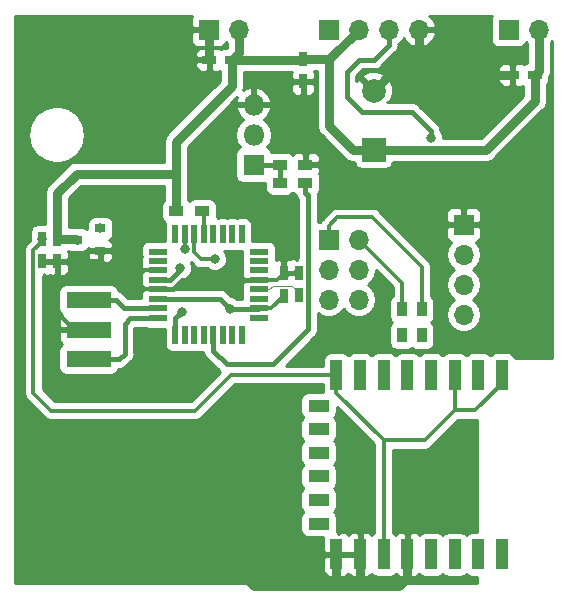
<source format=gtl>
G04 #@! TF.GenerationSoftware,KiCad,Pcbnew,(5.0.1)-3*
G04 #@! TF.CreationDate,2018-12-25T20:41:25+01:00*
G04 #@! TF.ProjectId,iLight,694C696768742E6B696361645F706362,rev?*
G04 #@! TF.SameCoordinates,Original*
G04 #@! TF.FileFunction,Copper,L1,Top,Signal*
G04 #@! TF.FilePolarity,Positive*
%FSLAX46Y46*%
G04 Gerber Fmt 4.6, Leading zero omitted, Abs format (unit mm)*
G04 Created by KiCad (PCBNEW (5.0.1)-3) date 25/12/2018 20:41:25*
%MOMM*%
%LPD*%
G01*
G04 APERTURE LIST*
G04 #@! TA.AperFunction,ComponentPad*
%ADD10O,1.700000X1.700000*%
G04 #@! TD*
G04 #@! TA.AperFunction,ComponentPad*
%ADD11R,1.700000X1.700000*%
G04 #@! TD*
G04 #@! TA.AperFunction,SMDPad,CuDef*
%ADD12R,0.750000X1.200000*%
G04 #@! TD*
G04 #@! TA.AperFunction,SMDPad,CuDef*
%ADD13R,1.200000X0.750000*%
G04 #@! TD*
G04 #@! TA.AperFunction,ComponentPad*
%ADD14C,2.000000*%
G04 #@! TD*
G04 #@! TA.AperFunction,ComponentPad*
%ADD15R,2.000000X2.000000*%
G04 #@! TD*
G04 #@! TA.AperFunction,SMDPad,CuDef*
%ADD16R,3.800000X1.400000*%
G04 #@! TD*
G04 #@! TA.AperFunction,SMDPad,CuDef*
%ADD17R,0.550000X1.600000*%
G04 #@! TD*
G04 #@! TA.AperFunction,SMDPad,CuDef*
%ADD18R,1.600000X0.550000*%
G04 #@! TD*
G04 #@! TA.AperFunction,SMDPad,CuDef*
%ADD19R,1.000000X2.500000*%
G04 #@! TD*
G04 #@! TA.AperFunction,SMDPad,CuDef*
%ADD20R,1.800000X1.000000*%
G04 #@! TD*
G04 #@! TA.AperFunction,SMDPad,CuDef*
%ADD21R,0.900000X1.200000*%
G04 #@! TD*
G04 #@! TA.AperFunction,SMDPad,CuDef*
%ADD22R,1.200000X0.900000*%
G04 #@! TD*
G04 #@! TA.AperFunction,SMDPad,CuDef*
%ADD23R,0.900000X0.800000*%
G04 #@! TD*
G04 #@! TA.AperFunction,ComponentPad*
%ADD24O,1.800000X1.800000*%
G04 #@! TD*
G04 #@! TA.AperFunction,ComponentPad*
%ADD25R,1.800000X1.800000*%
G04 #@! TD*
G04 #@! TA.AperFunction,ViaPad*
%ADD26C,0.800000*%
G04 #@! TD*
G04 #@! TA.AperFunction,Conductor*
%ADD27C,0.762000*%
G04 #@! TD*
G04 #@! TA.AperFunction,Conductor*
%ADD28C,0.304800*%
G04 #@! TD*
G04 #@! TA.AperFunction,Conductor*
%ADD29C,0.406400*%
G04 #@! TD*
G04 #@! TA.AperFunction,Conductor*
%ADD30C,0.088900*%
G04 #@! TD*
G04 #@! TA.AperFunction,Conductor*
%ADD31C,0.254000*%
G04 #@! TD*
G04 APERTURE END LIST*
D10*
G04 #@! TO.P,PROG1,4*
G04 #@! TO.N,/RXP*
X204470000Y-120650000D03*
G04 #@! TO.P,PROG1,3*
G04 #@! TO.N,/TXP*
X204470000Y-118110000D03*
G04 #@! TO.P,PROG1,2*
G04 #@! TO.N,/RST*
X204470000Y-115570000D03*
D11*
G04 #@! TO.P,PROG1,1*
G04 #@! TO.N,GNDD*
X204470000Y-113030000D03*
G04 #@! TD*
D10*
G04 #@! TO.P,P/W1,6*
G04 #@! TO.N,/RXP*
X195580000Y-119380000D03*
G04 #@! TO.P,P/W1,5*
G04 #@! TO.N,/TXP*
X193040000Y-119380000D03*
G04 #@! TO.P,P/W1,4*
G04 #@! TO.N,/RX*
X195580000Y-116840000D03*
G04 #@! TO.P,P/W1,3*
G04 #@! TO.N,/TX*
X193040000Y-116840000D03*
G04 #@! TO.P,P/W1,2*
G04 #@! TO.N,/RXW*
X195580000Y-114300000D03*
D11*
G04 #@! TO.P,P/W1,1*
G04 #@! TO.N,/TXW*
X193040000Y-114300000D03*
G04 #@! TD*
D10*
G04 #@! TO.P,ALIM1,2*
G04 #@! TO.N,+5V*
X185420000Y-96520000D03*
D11*
G04 #@! TO.P,ALIM1,1*
G04 #@! TO.N,GNDD*
X182880000Y-96520000D03*
G04 #@! TD*
D12*
G04 #@! TO.P,C2,2*
G04 #@! TO.N,GNDD*
X190881000Y-100899000D03*
G04 #@! TO.P,C2,1*
G04 #@! TO.N,+5V*
X190881000Y-98999000D03*
G04 #@! TD*
G04 #@! TO.P,C3,1*
G04 #@! TO.N,GNDD*
X170053000Y-116139000D03*
G04 #@! TO.P,C3,2*
G04 #@! TO.N,+5V*
X170053000Y-114239000D03*
G04 #@! TD*
G04 #@! TO.P,C4,2*
G04 #@! TO.N,Net-(C4-Pad2)*
X168783000Y-114239000D03*
G04 #@! TO.P,C4,1*
G04 #@! TO.N,GNDD*
X168783000Y-116139000D03*
G04 #@! TD*
G04 #@! TO.P,C5,1*
G04 #@! TO.N,Net-(C5-Pad1)*
X190500000Y-118994000D03*
G04 #@! TO.P,C5,2*
G04 #@! TO.N,GNDD*
X190500000Y-117094000D03*
G04 #@! TD*
G04 #@! TO.P,C6,2*
G04 #@! TO.N,+5V*
X189230000Y-119060000D03*
G04 #@! TO.P,C6,1*
G04 #@! TO.N,GNDD*
X189230000Y-117160000D03*
G04 #@! TD*
D13*
G04 #@! TO.P,C7,1*
G04 #@! TO.N,GNDD*
X208600000Y-100330000D03*
G04 #@! TO.P,C7,2*
G04 #@! TO.N,+5V*
X210500000Y-100330000D03*
G04 #@! TD*
G04 #@! TO.P,C8,2*
G04 #@! TO.N,+5V*
X184846000Y-99060000D03*
G04 #@! TO.P,C8,1*
G04 #@! TO.N,GNDD*
X182946000Y-99060000D03*
G04 #@! TD*
D14*
G04 #@! TO.P,C1,2*
G04 #@! TO.N,GNDD*
X196850000Y-101680000D03*
D15*
G04 #@! TO.P,C1,1*
G04 #@! TO.N,+5V*
X196850000Y-106680000D03*
G04 #@! TD*
D16*
G04 #@! TO.P,Y1,3*
G04 #@! TO.N,Net-(U3-Pad7)*
X172720000Y-119420000D03*
G04 #@! TO.P,Y1,2*
G04 #@! TO.N,GNDD*
X172720000Y-121920000D03*
G04 #@! TO.P,Y1,1*
G04 #@! TO.N,Net-(U3-Pad8)*
X172720000Y-124420000D03*
G04 #@! TD*
D17*
G04 #@! TO.P,U3,32*
G04 #@! TO.N,Net-(U3-Pad32)*
X180080000Y-113860000D03*
G04 #@! TO.P,U3,31*
G04 #@! TO.N,/TX*
X180880000Y-113860000D03*
G04 #@! TO.P,U3,30*
G04 #@! TO.N,/RX*
X181680000Y-113860000D03*
G04 #@! TO.P,U3,29*
G04 #@! TO.N,/RST*
X182480000Y-113860000D03*
G04 #@! TO.P,U3,28*
G04 #@! TO.N,Net-(U3-Pad28)*
X183280000Y-113860000D03*
G04 #@! TO.P,U3,27*
G04 #@! TO.N,Net-(U3-Pad27)*
X184080000Y-113860000D03*
G04 #@! TO.P,U3,26*
G04 #@! TO.N,Net-(U3-Pad26)*
X184880000Y-113860000D03*
G04 #@! TO.P,U3,25*
G04 #@! TO.N,Net-(U3-Pad25)*
X185680000Y-113860000D03*
D18*
G04 #@! TO.P,U3,24*
G04 #@! TO.N,Net-(U3-Pad24)*
X187130000Y-115310000D03*
G04 #@! TO.P,U3,23*
G04 #@! TO.N,Net-(U3-Pad23)*
X187130000Y-116110000D03*
G04 #@! TO.P,U3,22*
G04 #@! TO.N,Net-(U3-Pad22)*
X187130000Y-116910000D03*
G04 #@! TO.P,U3,21*
G04 #@! TO.N,GNDD*
X187130000Y-117710000D03*
G04 #@! TO.P,U3,20*
G04 #@! TO.N,Net-(C5-Pad1)*
X187130000Y-118510000D03*
G04 #@! TO.P,U3,19*
G04 #@! TO.N,Net-(U3-Pad19)*
X187130000Y-119310000D03*
G04 #@! TO.P,U3,18*
G04 #@! TO.N,+5V*
X187130000Y-120110000D03*
G04 #@! TO.P,U3,17*
G04 #@! TO.N,Net-(U3-Pad17)*
X187130000Y-120910000D03*
D17*
G04 #@! TO.P,U3,16*
G04 #@! TO.N,Net-(U3-Pad16)*
X185680000Y-122360000D03*
G04 #@! TO.P,U3,15*
G04 #@! TO.N,Net-(U3-Pad15)*
X184880000Y-122360000D03*
G04 #@! TO.P,U3,14*
G04 #@! TO.N,Net-(U3-Pad14)*
X184080000Y-122360000D03*
G04 #@! TO.P,U3,13*
G04 #@! TO.N,Net-(R3-Pad1)*
X183280000Y-122360000D03*
G04 #@! TO.P,U3,12*
G04 #@! TO.N,Net-(U3-Pad12)*
X182480000Y-122360000D03*
G04 #@! TO.P,U3,11*
G04 #@! TO.N,Net-(U3-Pad11)*
X181680000Y-122360000D03*
G04 #@! TO.P,U3,10*
G04 #@! TO.N,Net-(U3-Pad10)*
X180880000Y-122360000D03*
G04 #@! TO.P,U3,9*
G04 #@! TO.N,DATA*
X180080000Y-122360000D03*
D18*
G04 #@! TO.P,U3,8*
G04 #@! TO.N,Net-(U3-Pad8)*
X178630000Y-120910000D03*
G04 #@! TO.P,U3,7*
G04 #@! TO.N,Net-(U3-Pad7)*
X178630000Y-120110000D03*
G04 #@! TO.P,U3,6*
G04 #@! TO.N,+5V*
X178630000Y-119310000D03*
G04 #@! TO.P,U3,5*
G04 #@! TO.N,GNDD*
X178630000Y-118510000D03*
G04 #@! TO.P,U3,4*
G04 #@! TO.N,+5V*
X178630000Y-117710000D03*
G04 #@! TO.P,U3,3*
G04 #@! TO.N,GNDD*
X178630000Y-116910000D03*
G04 #@! TO.P,U3,2*
G04 #@! TO.N,Net-(U3-Pad2)*
X178630000Y-116110000D03*
G04 #@! TO.P,U3,1*
G04 #@! TO.N,Net-(U3-Pad1)*
X178630000Y-115310000D03*
G04 #@! TD*
D11*
G04 #@! TO.P,LAMP,1*
G04 #@! TO.N,Net-(J4-Pad1)*
X208280000Y-96520000D03*
D10*
G04 #@! TO.P,LAMP,2*
G04 #@! TO.N,+5V*
X210820000Y-96520000D03*
G04 #@! TD*
D11*
G04 #@! TO.P,LED,1*
G04 #@! TO.N,Net-(J5-Pad1)*
X193040000Y-96520000D03*
D10*
G04 #@! TO.P,LED,2*
G04 #@! TO.N,+5V*
X195580000Y-96520000D03*
G04 #@! TO.P,LED,3*
G04 #@! TO.N,DATA*
X198120000Y-96520000D03*
G04 #@! TO.P,LED,4*
G04 #@! TO.N,GNDD*
X200660000Y-96520000D03*
G04 #@! TD*
D19*
G04 #@! TO.P,U2,22*
G04 #@! TO.N,Net-(R1-Pad1)*
X207716000Y-140950000D03*
G04 #@! TO.P,U2,21*
G04 #@! TO.N,Net-(R2-Pad2)*
X205716000Y-140950000D03*
G04 #@! TO.P,U2,20*
G04 #@! TO.N,Net-(U2-Pad20)*
X203716000Y-140950000D03*
G04 #@! TO.P,U2,19*
G04 #@! TO.N,Net-(U2-Pad19)*
X201716000Y-140950000D03*
G04 #@! TO.P,U2,18*
G04 #@! TO.N,GNDD*
X199716000Y-140950000D03*
G04 #@! TO.P,U2,17*
G04 #@! TO.N,Net-(C4-Pad2)*
X197716000Y-140950000D03*
G04 #@! TO.P,U2,16*
G04 #@! TO.N,GNDD*
X195716000Y-140950000D03*
G04 #@! TO.P,U2,15*
X193716000Y-140950000D03*
D20*
G04 #@! TO.P,U2,14*
G04 #@! TO.N,Net-(U2-Pad14)*
X192216000Y-138350000D03*
G04 #@! TO.P,U2,13*
G04 #@! TO.N,Net-(U2-Pad13)*
X192216000Y-136350000D03*
G04 #@! TO.P,U2,12*
G04 #@! TO.N,Net-(U2-Pad12)*
X192216000Y-134350000D03*
G04 #@! TO.P,U2,11*
G04 #@! TO.N,Net-(U2-Pad11)*
X192216000Y-132350000D03*
G04 #@! TO.P,U2,10*
G04 #@! TO.N,Net-(U2-Pad10)*
X192216000Y-130350000D03*
G04 #@! TO.P,U2,9*
G04 #@! TO.N,Net-(U2-Pad9)*
X192216000Y-128350000D03*
D19*
G04 #@! TO.P,U2,8*
G04 #@! TO.N,Net-(C4-Pad2)*
X193716000Y-125750000D03*
G04 #@! TO.P,U2,7*
G04 #@! TO.N,Net-(U2-Pad7)*
X195716000Y-125750000D03*
G04 #@! TO.P,U2,6*
G04 #@! TO.N,Net-(U2-Pad6)*
X197716000Y-125750000D03*
G04 #@! TO.P,U2,5*
G04 #@! TO.N,Net-(U2-Pad5)*
X199716000Y-125750000D03*
G04 #@! TO.P,U2,4*
G04 #@! TO.N,Net-(U2-Pad4)*
X201716000Y-125750000D03*
G04 #@! TO.P,U2,3*
G04 #@! TO.N,Net-(C4-Pad2)*
X203716000Y-125750000D03*
G04 #@! TO.P,U2,2*
G04 #@! TO.N,Net-(U2-Pad2)*
X205716000Y-125750000D03*
G04 #@! TO.P,U2,1*
G04 #@! TO.N,Net-(C4-Pad2)*
X207716000Y-125750000D03*
G04 #@! TD*
D21*
G04 #@! TO.P,R1,2*
G04 #@! TO.N,/RXW*
X199263000Y-120185000D03*
G04 #@! TO.P,R1,1*
G04 #@! TO.N,Net-(R1-Pad1)*
X199263000Y-122385000D03*
G04 #@! TD*
G04 #@! TO.P,R2,1*
G04 #@! TO.N,/TXW*
X200914000Y-120185000D03*
G04 #@! TO.P,R2,2*
G04 #@! TO.N,Net-(R2-Pad2)*
X200914000Y-122385000D03*
G04 #@! TD*
D22*
G04 #@! TO.P,R3,2*
G04 #@! TO.N,Net-(Q1-Pad1)*
X188892000Y-109474000D03*
G04 #@! TO.P,R3,1*
G04 #@! TO.N,Net-(R3-Pad1)*
X191092000Y-109474000D03*
G04 #@! TD*
G04 #@! TO.P,R4,1*
G04 #@! TO.N,Net-(Q1-Pad1)*
X188892000Y-107950000D03*
G04 #@! TO.P,R4,2*
G04 #@! TO.N,GNDD*
X191092000Y-107950000D03*
G04 #@! TD*
G04 #@! TO.P,R5,2*
G04 #@! TO.N,/RST*
X182329000Y-111887000D03*
G04 #@! TO.P,R5,1*
G04 #@! TO.N,+5V*
X180129000Y-111887000D03*
G04 #@! TD*
D23*
G04 #@! TO.P,U1,3*
G04 #@! TO.N,+5V*
X171720000Y-114300000D03*
G04 #@! TO.P,U1,2*
G04 #@! TO.N,Net-(C4-Pad2)*
X173720000Y-113350000D03*
G04 #@! TO.P,U1,1*
G04 #@! TO.N,GNDD*
X173720000Y-115250000D03*
G04 #@! TD*
D24*
G04 #@! TO.P,Q1,3*
G04 #@! TO.N,GNDD*
X186690000Y-102870000D03*
G04 #@! TO.P,Q1,2*
G04 #@! TO.N,Net-(J4-Pad1)*
X186690000Y-105410000D03*
D25*
G04 #@! TO.P,Q1,1*
G04 #@! TO.N,Net-(Q1-Pad1)*
X186690000Y-107950000D03*
G04 #@! TD*
D26*
G04 #@! TO.N,GNDD*
X190881000Y-100899000D03*
X185166000Y-129667000D03*
X177419000Y-113284000D03*
G04 #@! TO.N,+5V*
X180467000Y-116713000D03*
X180129000Y-111887000D03*
X184658000Y-120142000D03*
G04 #@! TO.N,Net-(C4-Pad2)*
X173720000Y-113350000D03*
X168783000Y-114239000D03*
G04 #@! TO.N,/RST*
X182329000Y-111887000D03*
G04 #@! TO.N,/RX*
X183388000Y-115951000D03*
G04 #@! TO.N,/TX*
X180848000Y-115062000D03*
G04 #@! TO.N,DATA*
X180594000Y-120396000D03*
X201676000Y-105664000D03*
G04 #@! TD*
D27*
G04 #@! TO.N,GNDD*
X182880000Y-98994000D02*
X182946000Y-99060000D01*
X182880000Y-96520000D02*
X182880000Y-98994000D01*
X198200000Y-100330000D02*
X196850000Y-101680000D01*
X208600000Y-100330000D02*
X198200000Y-100330000D01*
X200660000Y-97870000D02*
X198200000Y-100330000D01*
X200660000Y-96520000D02*
X200660000Y-97870000D01*
X199716000Y-142962000D02*
X199041000Y-143637000D01*
X199716000Y-140950000D02*
X199716000Y-142962000D01*
X199041000Y-143637000D02*
X197653000Y-143637000D01*
X193716000Y-143469000D02*
X193548000Y-143637000D01*
X193716000Y-140950000D02*
X193716000Y-143469000D01*
X193548000Y-143637000D02*
X186944000Y-143637000D01*
X195707000Y-142971000D02*
X195707000Y-143637000D01*
X195716000Y-142962000D02*
X195707000Y-142971000D01*
X195716000Y-140950000D02*
X195716000Y-142962000D01*
X197653000Y-143637000D02*
X195707000Y-143637000D01*
X195707000Y-143637000D02*
X193548000Y-143637000D01*
X186944000Y-143637000D02*
X186690000Y-143637000D01*
X186690000Y-143637000D02*
X185166000Y-142113000D01*
X185166000Y-142113000D02*
X185166000Y-129667000D01*
D28*
X168783000Y-116139000D02*
X170053000Y-116139000D01*
X171520000Y-121920000D02*
X172720000Y-121920000D01*
X170053000Y-120453000D02*
X171520000Y-121920000D01*
X170053000Y-116139000D02*
X170053000Y-120453000D01*
X173720000Y-115954800D02*
X173720000Y-115250000D01*
X173535800Y-116139000D02*
X173720000Y-115954800D01*
X170053000Y-116139000D02*
X173535800Y-116139000D01*
X173535800Y-116139000D02*
X174306800Y-116910000D01*
X176784000Y-117768800D02*
X176784000Y-116910000D01*
X177525200Y-118510000D02*
X176784000Y-117768800D01*
X178630000Y-118510000D02*
X177525200Y-118510000D01*
X174306800Y-116910000D02*
X176784000Y-116910000D01*
X176784000Y-116910000D02*
X178630000Y-116910000D01*
X188680000Y-117710000D02*
X189230000Y-117160000D01*
X187130000Y-117710000D02*
X188680000Y-117710000D01*
X190434000Y-117160000D02*
X190500000Y-117094000D01*
X189230000Y-117160000D02*
X190434000Y-117160000D01*
D29*
X175453000Y-115250000D02*
X177419000Y-113284000D01*
X173720000Y-115250000D02*
X175453000Y-115250000D01*
X185923600Y-117710000D02*
X187130000Y-117710000D01*
X179836400Y-118510000D02*
X180636400Y-117710000D01*
X178630000Y-118510000D02*
X179836400Y-118510000D01*
X180636400Y-117710000D02*
X185923600Y-117710000D01*
X204470000Y-111773600D02*
X201916400Y-109220000D01*
X204470000Y-113030000D02*
X204470000Y-111773600D01*
X201916400Y-109220000D02*
X195199000Y-109220000D01*
X193929000Y-107950000D02*
X191092000Y-107950000D01*
X195199000Y-109220000D02*
X193929000Y-107950000D01*
X190881000Y-100899000D02*
X190881000Y-105410000D01*
X191092000Y-105621000D02*
X191092000Y-107950000D01*
X190881000Y-105410000D02*
X191092000Y-105621000D01*
G04 #@! TO.N,Net-(Q1-Pad1)*
X186690000Y-107950000D02*
X188892000Y-107950000D01*
X188892000Y-107950000D02*
X188892000Y-109474000D01*
D27*
G04 #@! TO.N,+5V*
X185420000Y-98486000D02*
X184846000Y-99060000D01*
X185420000Y-96520000D02*
X185420000Y-98486000D01*
X190820000Y-99060000D02*
X190881000Y-98999000D01*
X184846000Y-99060000D02*
X190820000Y-99060000D01*
X193101000Y-98999000D02*
X195580000Y-96520000D01*
X190881000Y-98999000D02*
X193101000Y-98999000D01*
X193101000Y-104693000D02*
X193101000Y-98999000D01*
X195088000Y-106680000D02*
X193101000Y-104693000D01*
X196850000Y-106680000D02*
X195088000Y-106680000D01*
X210820000Y-100010000D02*
X210500000Y-100330000D01*
X210820000Y-96520000D02*
X210820000Y-100010000D01*
X196850000Y-106680000D02*
X206375000Y-106680000D01*
X210500000Y-102555000D02*
X210500000Y-100330000D01*
X206375000Y-106680000D02*
X210500000Y-102555000D01*
X184846000Y-101285000D02*
X184846000Y-99060000D01*
X180129000Y-106002000D02*
X184846000Y-101285000D01*
X171659000Y-114239000D02*
X171720000Y-114300000D01*
X170053000Y-114239000D02*
X171659000Y-114239000D01*
X170053000Y-114239000D02*
X170053000Y-110363000D01*
X171704000Y-108712000D02*
X180129000Y-108712000D01*
X170053000Y-110363000D02*
X171704000Y-108712000D01*
X180129000Y-111887000D02*
X180129000Y-108712000D01*
X180129000Y-108712000D02*
X180129000Y-106002000D01*
D28*
X188180000Y-120110000D02*
X189230000Y-119060000D01*
X187130000Y-120110000D02*
X188180000Y-120110000D01*
D29*
X180467000Y-116873762D02*
X180467000Y-116713000D01*
X178630000Y-117710000D02*
X179630762Y-117710000D01*
X179630762Y-117710000D02*
X180467000Y-116873762D01*
X187098000Y-120142000D02*
X187130000Y-120110000D01*
X184658000Y-120142000D02*
X187098000Y-120142000D01*
X183826000Y-119310000D02*
X178630000Y-119310000D01*
X184658000Y-120142000D02*
X183826000Y-119310000D01*
D28*
G04 #@! TO.N,Net-(C4-Pad2)*
X168055599Y-115191401D02*
X168055599Y-127288599D01*
X168783000Y-114239000D02*
X168783000Y-114464000D01*
X168783000Y-114464000D02*
X168055599Y-115191401D01*
X168055599Y-127288599D02*
X169545000Y-128778000D01*
X169545000Y-128778000D02*
X181737000Y-128778000D01*
X184765000Y-125750000D02*
X193716000Y-125750000D01*
X181737000Y-128778000D02*
X184765000Y-125750000D01*
X197716000Y-139395200D02*
X197716000Y-140950000D01*
X197716000Y-131304800D02*
X197716000Y-139395200D01*
X193716000Y-127304800D02*
X197716000Y-131304800D01*
X193716000Y-125750000D02*
X193716000Y-127304800D01*
X203716000Y-127304800D02*
X203716000Y-125750000D01*
X203716000Y-128770000D02*
X203716000Y-127304800D01*
X201181200Y-131304800D02*
X203716000Y-128770000D01*
X197716000Y-131304800D02*
X201181200Y-131304800D01*
X205446000Y-128770000D02*
X203716000Y-128770000D01*
X207716000Y-126500000D02*
X205446000Y-128770000D01*
X207716000Y-125750000D02*
X207716000Y-126500000D01*
G04 #@! TO.N,/RST*
X182480000Y-112038000D02*
X182329000Y-111887000D01*
X182480000Y-113860000D02*
X182480000Y-112038000D01*
D29*
G04 #@! TO.N,Net-(R3-Pad1)*
X191278201Y-110516601D02*
X191278201Y-121903799D01*
X191092000Y-109474000D02*
X191092000Y-110330400D01*
X191092000Y-110330400D02*
X191278201Y-110516601D01*
X191278201Y-121903799D02*
X188341000Y-124841000D01*
X188341000Y-124841000D02*
X184404000Y-124841000D01*
X183280000Y-123717000D02*
X183280000Y-122360000D01*
X184404000Y-124841000D02*
X183280000Y-123717000D01*
D28*
G04 #@! TO.N,/TXW*
X200914000Y-120185000D02*
X200914000Y-116586000D01*
X200914000Y-116586000D02*
X196723000Y-112395000D01*
X193040000Y-113145200D02*
X193040000Y-114300000D01*
X193790200Y-112395000D02*
X193040000Y-113145200D01*
X196723000Y-112395000D02*
X193790200Y-112395000D01*
G04 #@! TO.N,/RXW*
X199263000Y-117983000D02*
X195580000Y-114300000D01*
X199263000Y-120185000D02*
X199263000Y-117983000D01*
G04 #@! TO.N,/RX*
X181680000Y-113860000D02*
X181680000Y-115386000D01*
X181680000Y-115386000D02*
X182245000Y-115951000D01*
X182245000Y-115951000D02*
X183388000Y-115951000D01*
G04 #@! TO.N,/TX*
X180848000Y-113892000D02*
X180880000Y-113860000D01*
X180848000Y-115062000D02*
X180848000Y-113892000D01*
D29*
G04 #@! TO.N,DATA*
X180080000Y-122360000D02*
X180080000Y-120910000D01*
X180080000Y-120910000D02*
X180594000Y-120396000D01*
X201676000Y-105098315D02*
X200082685Y-103505000D01*
X201676000Y-105664000D02*
X201676000Y-105098315D01*
X200082685Y-103505000D02*
X195834000Y-103505000D01*
X195834000Y-103505000D02*
X194564000Y-102235000D01*
X194564000Y-100076000D02*
X195580000Y-99060000D01*
X194564000Y-102235000D02*
X194564000Y-100076000D01*
X195580000Y-99060000D02*
X196850000Y-99060000D01*
X198120000Y-97790000D02*
X198120000Y-96520000D01*
X196850000Y-99060000D02*
X198120000Y-97790000D01*
D30*
G04 #@! TO.N,Net-(C5-Pad1)*
X190500000Y-118769000D02*
X190500000Y-118994000D01*
X189946549Y-118215549D02*
X190500000Y-118769000D01*
X188313351Y-118215549D02*
X189946549Y-118215549D01*
X188018900Y-118510000D02*
X188313351Y-118215549D01*
X187130000Y-118510000D02*
X188018900Y-118510000D01*
D29*
G04 #@! TO.N,Net-(U3-Pad8)*
X178630000Y-120910000D02*
X176270000Y-120910000D01*
X176270000Y-120910000D02*
X175768000Y-121412000D01*
X175768000Y-121412000D02*
X175768000Y-123952000D01*
X175300000Y-124420000D02*
X172720000Y-124420000D01*
X175768000Y-123952000D02*
X175300000Y-124420000D01*
G04 #@! TO.N,Net-(U3-Pad7)*
X177423600Y-120110000D02*
X178630000Y-120110000D01*
X175716400Y-120110000D02*
X177423600Y-120110000D01*
X175026400Y-119420000D02*
X175716400Y-120110000D01*
X172720000Y-119420000D02*
X175026400Y-119420000D01*
G04 #@! TD*
D31*
G04 #@! TO.N,GNDD*
G36*
X181395000Y-95543691D02*
X181395000Y-96234250D01*
X181553750Y-96393000D01*
X182753000Y-96393000D01*
X182753000Y-96373000D01*
X183007000Y-96373000D01*
X183007000Y-96393000D01*
X183027000Y-96393000D01*
X183027000Y-96647000D01*
X183007000Y-96647000D01*
X183007000Y-97846250D01*
X183165750Y-98005000D01*
X183856310Y-98005000D01*
X184089699Y-97908327D01*
X184268327Y-97729698D01*
X184334904Y-97568967D01*
X184349375Y-97590625D01*
X184404001Y-97627125D01*
X184404001Y-98037560D01*
X184246000Y-98037560D01*
X183998235Y-98086843D01*
X183906898Y-98147873D01*
X183905698Y-98146673D01*
X183672309Y-98050000D01*
X183231750Y-98050000D01*
X183073000Y-98208750D01*
X183073000Y-98933000D01*
X183093000Y-98933000D01*
X183093000Y-99187000D01*
X183073000Y-99187000D01*
X183073000Y-99911250D01*
X183231750Y-100070000D01*
X183672309Y-100070000D01*
X183830001Y-100004682D01*
X183830000Y-100864159D01*
X179481338Y-105212822D01*
X179396506Y-105269505D01*
X179339823Y-105354337D01*
X179171950Y-105605577D01*
X179093096Y-106002000D01*
X179113001Y-106102068D01*
X179113000Y-107696000D01*
X171804064Y-107696000D01*
X171704000Y-107676096D01*
X171603936Y-107696000D01*
X171603935Y-107696000D01*
X171307577Y-107754949D01*
X170971505Y-107979505D01*
X170914822Y-108064337D01*
X169405337Y-109573822D01*
X169320506Y-109630505D01*
X169263823Y-109715337D01*
X169095950Y-109966577D01*
X169017096Y-110363000D01*
X169037001Y-110463068D01*
X169037000Y-112991560D01*
X168408000Y-112991560D01*
X168160235Y-113040843D01*
X167950191Y-113181191D01*
X167809843Y-113391235D01*
X167760560Y-113639000D01*
X167760560Y-114002803D01*
X167748000Y-114033126D01*
X167748000Y-114385449D01*
X167553664Y-114579785D01*
X167487915Y-114623717D01*
X167313884Y-114884174D01*
X167273107Y-115089177D01*
X167252773Y-115191401D01*
X167268199Y-115268952D01*
X167268200Y-127211043D01*
X167252773Y-127288599D01*
X167313885Y-127595827D01*
X167487916Y-127856283D01*
X167553662Y-127900213D01*
X168933386Y-129279938D01*
X168977316Y-129345684D01*
X169237772Y-129519715D01*
X169467448Y-129565400D01*
X169544999Y-129580826D01*
X169622550Y-129565400D01*
X181659449Y-129565400D01*
X181737000Y-129580826D01*
X181814551Y-129565400D01*
X181814552Y-129565400D01*
X182044228Y-129519715D01*
X182304684Y-129345684D01*
X182348616Y-129279935D01*
X185091152Y-126537400D01*
X192568560Y-126537400D01*
X192568560Y-127000000D01*
X192608851Y-127202560D01*
X191316000Y-127202560D01*
X191068235Y-127251843D01*
X190858191Y-127392191D01*
X190717843Y-127602235D01*
X190668560Y-127850000D01*
X190668560Y-128850000D01*
X190717843Y-129097765D01*
X190858191Y-129307809D01*
X190921334Y-129350000D01*
X190858191Y-129392191D01*
X190717843Y-129602235D01*
X190668560Y-129850000D01*
X190668560Y-130850000D01*
X190717843Y-131097765D01*
X190858191Y-131307809D01*
X190921334Y-131350000D01*
X190858191Y-131392191D01*
X190717843Y-131602235D01*
X190668560Y-131850000D01*
X190668560Y-132850000D01*
X190717843Y-133097765D01*
X190858191Y-133307809D01*
X190921334Y-133350000D01*
X190858191Y-133392191D01*
X190717843Y-133602235D01*
X190668560Y-133850000D01*
X190668560Y-134850000D01*
X190717843Y-135097765D01*
X190858191Y-135307809D01*
X190921334Y-135350000D01*
X190858191Y-135392191D01*
X190717843Y-135602235D01*
X190668560Y-135850000D01*
X190668560Y-136850000D01*
X190717843Y-137097765D01*
X190858191Y-137307809D01*
X190921334Y-137350000D01*
X190858191Y-137392191D01*
X190717843Y-137602235D01*
X190668560Y-137850000D01*
X190668560Y-138850000D01*
X190717843Y-139097765D01*
X190858191Y-139307809D01*
X191068235Y-139448157D01*
X191316000Y-139497440D01*
X192612584Y-139497440D01*
X192581000Y-139573691D01*
X192581000Y-140664250D01*
X192739750Y-140823000D01*
X193589000Y-140823000D01*
X193589000Y-140803000D01*
X193843000Y-140803000D01*
X193843000Y-140823000D01*
X194692250Y-140823000D01*
X194716000Y-140799250D01*
X194739750Y-140823000D01*
X195589000Y-140823000D01*
X195589000Y-139223750D01*
X195430250Y-139065000D01*
X195089690Y-139065000D01*
X194856301Y-139161673D01*
X194716000Y-139301975D01*
X194575699Y-139161673D01*
X194342310Y-139065000D01*
X194001750Y-139065000D01*
X193843002Y-139223748D01*
X193843002Y-139065000D01*
X193720674Y-139065000D01*
X193763440Y-138850000D01*
X193763440Y-137850000D01*
X193714157Y-137602235D01*
X193573809Y-137392191D01*
X193510666Y-137350000D01*
X193573809Y-137307809D01*
X193714157Y-137097765D01*
X193763440Y-136850000D01*
X193763440Y-135850000D01*
X193714157Y-135602235D01*
X193573809Y-135392191D01*
X193510666Y-135350000D01*
X193573809Y-135307809D01*
X193714157Y-135097765D01*
X193763440Y-134850000D01*
X193763440Y-133850000D01*
X193714157Y-133602235D01*
X193573809Y-133392191D01*
X193510666Y-133350000D01*
X193573809Y-133307809D01*
X193714157Y-133097765D01*
X193763440Y-132850000D01*
X193763440Y-131850000D01*
X193714157Y-131602235D01*
X193573809Y-131392191D01*
X193510666Y-131350000D01*
X193573809Y-131307809D01*
X193714157Y-131097765D01*
X193763440Y-130850000D01*
X193763440Y-129850000D01*
X193714157Y-129602235D01*
X193573809Y-129392191D01*
X193510666Y-129350000D01*
X193573809Y-129307809D01*
X193714157Y-129097765D01*
X193763440Y-128850000D01*
X193763440Y-128465791D01*
X196928600Y-131630952D01*
X196928601Y-139128326D01*
X196758191Y-139242191D01*
X196717345Y-139303320D01*
X196575699Y-139161673D01*
X196342310Y-139065000D01*
X196001750Y-139065000D01*
X195843000Y-139223750D01*
X195843000Y-140823000D01*
X195863000Y-140823000D01*
X195863000Y-141077000D01*
X195843000Y-141077000D01*
X195843000Y-142676250D01*
X196001750Y-142835000D01*
X196342310Y-142835000D01*
X196575699Y-142738327D01*
X196717345Y-142596680D01*
X196758191Y-142657809D01*
X196968235Y-142798157D01*
X197216000Y-142847440D01*
X198216000Y-142847440D01*
X198463765Y-142798157D01*
X198673809Y-142657809D01*
X198714655Y-142596680D01*
X198856301Y-142738327D01*
X199089690Y-142835000D01*
X199430250Y-142835000D01*
X199589000Y-142676250D01*
X199589000Y-141077000D01*
X199569000Y-141077000D01*
X199569000Y-140823000D01*
X199589000Y-140823000D01*
X199589000Y-139223750D01*
X199430250Y-139065000D01*
X199089690Y-139065000D01*
X198856301Y-139161673D01*
X198714655Y-139303320D01*
X198673809Y-139242191D01*
X198503400Y-139128326D01*
X198503400Y-132092200D01*
X201103649Y-132092200D01*
X201181200Y-132107626D01*
X201258751Y-132092200D01*
X201258752Y-132092200D01*
X201488428Y-132046515D01*
X201748884Y-131872484D01*
X201792816Y-131806735D01*
X204042152Y-129557400D01*
X205368449Y-129557400D01*
X205446000Y-129572826D01*
X205523551Y-129557400D01*
X205523552Y-129557400D01*
X205613000Y-129539608D01*
X205613000Y-139052560D01*
X205216000Y-139052560D01*
X204968235Y-139101843D01*
X204758191Y-139242191D01*
X204716000Y-139305334D01*
X204673809Y-139242191D01*
X204463765Y-139101843D01*
X204216000Y-139052560D01*
X203216000Y-139052560D01*
X202968235Y-139101843D01*
X202758191Y-139242191D01*
X202716000Y-139305334D01*
X202673809Y-139242191D01*
X202463765Y-139101843D01*
X202216000Y-139052560D01*
X201216000Y-139052560D01*
X200968235Y-139101843D01*
X200758191Y-139242191D01*
X200717345Y-139303320D01*
X200575699Y-139161673D01*
X200342310Y-139065000D01*
X200001750Y-139065000D01*
X199843000Y-139223750D01*
X199843000Y-140823000D01*
X199863000Y-140823000D01*
X199863000Y-141077000D01*
X199843000Y-141077000D01*
X199843000Y-142676250D01*
X200001750Y-142835000D01*
X200342310Y-142835000D01*
X200575699Y-142738327D01*
X200717345Y-142596680D01*
X200758191Y-142657809D01*
X200968235Y-142798157D01*
X201216000Y-142847440D01*
X202216000Y-142847440D01*
X202463765Y-142798157D01*
X202673809Y-142657809D01*
X202716000Y-142594666D01*
X202758191Y-142657809D01*
X202968235Y-142798157D01*
X203216000Y-142847440D01*
X204216000Y-142847440D01*
X204463765Y-142798157D01*
X204673809Y-142657809D01*
X204716000Y-142594666D01*
X204758191Y-142657809D01*
X204968235Y-142798157D01*
X205216000Y-142847440D01*
X205613000Y-142847440D01*
X205613000Y-143383000D01*
X166497000Y-143383000D01*
X166497000Y-141235750D01*
X192581000Y-141235750D01*
X192581000Y-142326309D01*
X192677673Y-142559698D01*
X192856301Y-142738327D01*
X193089690Y-142835000D01*
X193430250Y-142835000D01*
X193589000Y-142676250D01*
X193589000Y-141077000D01*
X193843000Y-141077000D01*
X193843000Y-142676250D01*
X194001750Y-142835000D01*
X194342310Y-142835000D01*
X194575699Y-142738327D01*
X194716000Y-142598025D01*
X194856301Y-142738327D01*
X195089690Y-142835000D01*
X195430250Y-142835000D01*
X195589000Y-142676250D01*
X195589000Y-141077000D01*
X194739750Y-141077000D01*
X194716000Y-141100750D01*
X194692250Y-141077000D01*
X193843000Y-141077000D01*
X193589000Y-141077000D01*
X192739750Y-141077000D01*
X192581000Y-141235750D01*
X166497000Y-141235750D01*
X166497000Y-105410000D01*
X167598276Y-105410000D01*
X167783380Y-106340580D01*
X168310511Y-107129489D01*
X169099420Y-107656620D01*
X169795103Y-107795000D01*
X170264897Y-107795000D01*
X170960580Y-107656620D01*
X171749489Y-107129489D01*
X172276620Y-106340580D01*
X172461724Y-105410000D01*
X172276620Y-104479420D01*
X171749489Y-103690511D01*
X170960580Y-103163380D01*
X170264897Y-103025000D01*
X169795103Y-103025000D01*
X169099420Y-103163380D01*
X168310511Y-103690511D01*
X167783380Y-104479420D01*
X167598276Y-105410000D01*
X166497000Y-105410000D01*
X166497000Y-99345750D01*
X181711000Y-99345750D01*
X181711000Y-99561310D01*
X181807673Y-99794699D01*
X181986302Y-99973327D01*
X182219691Y-100070000D01*
X182660250Y-100070000D01*
X182819000Y-99911250D01*
X182819000Y-99187000D01*
X181869750Y-99187000D01*
X181711000Y-99345750D01*
X166497000Y-99345750D01*
X166497000Y-98558690D01*
X181711000Y-98558690D01*
X181711000Y-98774250D01*
X181869750Y-98933000D01*
X182819000Y-98933000D01*
X182819000Y-98208750D01*
X182660250Y-98050000D01*
X182219691Y-98050000D01*
X181986302Y-98146673D01*
X181807673Y-98325301D01*
X181711000Y-98558690D01*
X166497000Y-98558690D01*
X166497000Y-96805750D01*
X181395000Y-96805750D01*
X181395000Y-97496309D01*
X181491673Y-97729698D01*
X181670301Y-97908327D01*
X181903690Y-98005000D01*
X182594250Y-98005000D01*
X182753000Y-97846250D01*
X182753000Y-96647000D01*
X181553750Y-96647000D01*
X181395000Y-96805750D01*
X166497000Y-96805750D01*
X166497000Y-95377000D01*
X181464046Y-95377000D01*
X181395000Y-95543691D01*
X181395000Y-95543691D01*
G37*
X181395000Y-95543691D02*
X181395000Y-96234250D01*
X181553750Y-96393000D01*
X182753000Y-96393000D01*
X182753000Y-96373000D01*
X183007000Y-96373000D01*
X183007000Y-96393000D01*
X183027000Y-96393000D01*
X183027000Y-96647000D01*
X183007000Y-96647000D01*
X183007000Y-97846250D01*
X183165750Y-98005000D01*
X183856310Y-98005000D01*
X184089699Y-97908327D01*
X184268327Y-97729698D01*
X184334904Y-97568967D01*
X184349375Y-97590625D01*
X184404001Y-97627125D01*
X184404001Y-98037560D01*
X184246000Y-98037560D01*
X183998235Y-98086843D01*
X183906898Y-98147873D01*
X183905698Y-98146673D01*
X183672309Y-98050000D01*
X183231750Y-98050000D01*
X183073000Y-98208750D01*
X183073000Y-98933000D01*
X183093000Y-98933000D01*
X183093000Y-99187000D01*
X183073000Y-99187000D01*
X183073000Y-99911250D01*
X183231750Y-100070000D01*
X183672309Y-100070000D01*
X183830001Y-100004682D01*
X183830000Y-100864159D01*
X179481338Y-105212822D01*
X179396506Y-105269505D01*
X179339823Y-105354337D01*
X179171950Y-105605577D01*
X179093096Y-106002000D01*
X179113001Y-106102068D01*
X179113000Y-107696000D01*
X171804064Y-107696000D01*
X171704000Y-107676096D01*
X171603936Y-107696000D01*
X171603935Y-107696000D01*
X171307577Y-107754949D01*
X170971505Y-107979505D01*
X170914822Y-108064337D01*
X169405337Y-109573822D01*
X169320506Y-109630505D01*
X169263823Y-109715337D01*
X169095950Y-109966577D01*
X169017096Y-110363000D01*
X169037001Y-110463068D01*
X169037000Y-112991560D01*
X168408000Y-112991560D01*
X168160235Y-113040843D01*
X167950191Y-113181191D01*
X167809843Y-113391235D01*
X167760560Y-113639000D01*
X167760560Y-114002803D01*
X167748000Y-114033126D01*
X167748000Y-114385449D01*
X167553664Y-114579785D01*
X167487915Y-114623717D01*
X167313884Y-114884174D01*
X167273107Y-115089177D01*
X167252773Y-115191401D01*
X167268199Y-115268952D01*
X167268200Y-127211043D01*
X167252773Y-127288599D01*
X167313885Y-127595827D01*
X167487916Y-127856283D01*
X167553662Y-127900213D01*
X168933386Y-129279938D01*
X168977316Y-129345684D01*
X169237772Y-129519715D01*
X169467448Y-129565400D01*
X169544999Y-129580826D01*
X169622550Y-129565400D01*
X181659449Y-129565400D01*
X181737000Y-129580826D01*
X181814551Y-129565400D01*
X181814552Y-129565400D01*
X182044228Y-129519715D01*
X182304684Y-129345684D01*
X182348616Y-129279935D01*
X185091152Y-126537400D01*
X192568560Y-126537400D01*
X192568560Y-127000000D01*
X192608851Y-127202560D01*
X191316000Y-127202560D01*
X191068235Y-127251843D01*
X190858191Y-127392191D01*
X190717843Y-127602235D01*
X190668560Y-127850000D01*
X190668560Y-128850000D01*
X190717843Y-129097765D01*
X190858191Y-129307809D01*
X190921334Y-129350000D01*
X190858191Y-129392191D01*
X190717843Y-129602235D01*
X190668560Y-129850000D01*
X190668560Y-130850000D01*
X190717843Y-131097765D01*
X190858191Y-131307809D01*
X190921334Y-131350000D01*
X190858191Y-131392191D01*
X190717843Y-131602235D01*
X190668560Y-131850000D01*
X190668560Y-132850000D01*
X190717843Y-133097765D01*
X190858191Y-133307809D01*
X190921334Y-133350000D01*
X190858191Y-133392191D01*
X190717843Y-133602235D01*
X190668560Y-133850000D01*
X190668560Y-134850000D01*
X190717843Y-135097765D01*
X190858191Y-135307809D01*
X190921334Y-135350000D01*
X190858191Y-135392191D01*
X190717843Y-135602235D01*
X190668560Y-135850000D01*
X190668560Y-136850000D01*
X190717843Y-137097765D01*
X190858191Y-137307809D01*
X190921334Y-137350000D01*
X190858191Y-137392191D01*
X190717843Y-137602235D01*
X190668560Y-137850000D01*
X190668560Y-138850000D01*
X190717843Y-139097765D01*
X190858191Y-139307809D01*
X191068235Y-139448157D01*
X191316000Y-139497440D01*
X192612584Y-139497440D01*
X192581000Y-139573691D01*
X192581000Y-140664250D01*
X192739750Y-140823000D01*
X193589000Y-140823000D01*
X193589000Y-140803000D01*
X193843000Y-140803000D01*
X193843000Y-140823000D01*
X194692250Y-140823000D01*
X194716000Y-140799250D01*
X194739750Y-140823000D01*
X195589000Y-140823000D01*
X195589000Y-139223750D01*
X195430250Y-139065000D01*
X195089690Y-139065000D01*
X194856301Y-139161673D01*
X194716000Y-139301975D01*
X194575699Y-139161673D01*
X194342310Y-139065000D01*
X194001750Y-139065000D01*
X193843002Y-139223748D01*
X193843002Y-139065000D01*
X193720674Y-139065000D01*
X193763440Y-138850000D01*
X193763440Y-137850000D01*
X193714157Y-137602235D01*
X193573809Y-137392191D01*
X193510666Y-137350000D01*
X193573809Y-137307809D01*
X193714157Y-137097765D01*
X193763440Y-136850000D01*
X193763440Y-135850000D01*
X193714157Y-135602235D01*
X193573809Y-135392191D01*
X193510666Y-135350000D01*
X193573809Y-135307809D01*
X193714157Y-135097765D01*
X193763440Y-134850000D01*
X193763440Y-133850000D01*
X193714157Y-133602235D01*
X193573809Y-133392191D01*
X193510666Y-133350000D01*
X193573809Y-133307809D01*
X193714157Y-133097765D01*
X193763440Y-132850000D01*
X193763440Y-131850000D01*
X193714157Y-131602235D01*
X193573809Y-131392191D01*
X193510666Y-131350000D01*
X193573809Y-131307809D01*
X193714157Y-131097765D01*
X193763440Y-130850000D01*
X193763440Y-129850000D01*
X193714157Y-129602235D01*
X193573809Y-129392191D01*
X193510666Y-129350000D01*
X193573809Y-129307809D01*
X193714157Y-129097765D01*
X193763440Y-128850000D01*
X193763440Y-128465791D01*
X196928600Y-131630952D01*
X196928601Y-139128326D01*
X196758191Y-139242191D01*
X196717345Y-139303320D01*
X196575699Y-139161673D01*
X196342310Y-139065000D01*
X196001750Y-139065000D01*
X195843000Y-139223750D01*
X195843000Y-140823000D01*
X195863000Y-140823000D01*
X195863000Y-141077000D01*
X195843000Y-141077000D01*
X195843000Y-142676250D01*
X196001750Y-142835000D01*
X196342310Y-142835000D01*
X196575699Y-142738327D01*
X196717345Y-142596680D01*
X196758191Y-142657809D01*
X196968235Y-142798157D01*
X197216000Y-142847440D01*
X198216000Y-142847440D01*
X198463765Y-142798157D01*
X198673809Y-142657809D01*
X198714655Y-142596680D01*
X198856301Y-142738327D01*
X199089690Y-142835000D01*
X199430250Y-142835000D01*
X199589000Y-142676250D01*
X199589000Y-141077000D01*
X199569000Y-141077000D01*
X199569000Y-140823000D01*
X199589000Y-140823000D01*
X199589000Y-139223750D01*
X199430250Y-139065000D01*
X199089690Y-139065000D01*
X198856301Y-139161673D01*
X198714655Y-139303320D01*
X198673809Y-139242191D01*
X198503400Y-139128326D01*
X198503400Y-132092200D01*
X201103649Y-132092200D01*
X201181200Y-132107626D01*
X201258751Y-132092200D01*
X201258752Y-132092200D01*
X201488428Y-132046515D01*
X201748884Y-131872484D01*
X201792816Y-131806735D01*
X204042152Y-129557400D01*
X205368449Y-129557400D01*
X205446000Y-129572826D01*
X205523551Y-129557400D01*
X205523552Y-129557400D01*
X205613000Y-129539608D01*
X205613000Y-139052560D01*
X205216000Y-139052560D01*
X204968235Y-139101843D01*
X204758191Y-139242191D01*
X204716000Y-139305334D01*
X204673809Y-139242191D01*
X204463765Y-139101843D01*
X204216000Y-139052560D01*
X203216000Y-139052560D01*
X202968235Y-139101843D01*
X202758191Y-139242191D01*
X202716000Y-139305334D01*
X202673809Y-139242191D01*
X202463765Y-139101843D01*
X202216000Y-139052560D01*
X201216000Y-139052560D01*
X200968235Y-139101843D01*
X200758191Y-139242191D01*
X200717345Y-139303320D01*
X200575699Y-139161673D01*
X200342310Y-139065000D01*
X200001750Y-139065000D01*
X199843000Y-139223750D01*
X199843000Y-140823000D01*
X199863000Y-140823000D01*
X199863000Y-141077000D01*
X199843000Y-141077000D01*
X199843000Y-142676250D01*
X200001750Y-142835000D01*
X200342310Y-142835000D01*
X200575699Y-142738327D01*
X200717345Y-142596680D01*
X200758191Y-142657809D01*
X200968235Y-142798157D01*
X201216000Y-142847440D01*
X202216000Y-142847440D01*
X202463765Y-142798157D01*
X202673809Y-142657809D01*
X202716000Y-142594666D01*
X202758191Y-142657809D01*
X202968235Y-142798157D01*
X203216000Y-142847440D01*
X204216000Y-142847440D01*
X204463765Y-142798157D01*
X204673809Y-142657809D01*
X204716000Y-142594666D01*
X204758191Y-142657809D01*
X204968235Y-142798157D01*
X205216000Y-142847440D01*
X205613000Y-142847440D01*
X205613000Y-143383000D01*
X166497000Y-143383000D01*
X166497000Y-141235750D01*
X192581000Y-141235750D01*
X192581000Y-142326309D01*
X192677673Y-142559698D01*
X192856301Y-142738327D01*
X193089690Y-142835000D01*
X193430250Y-142835000D01*
X193589000Y-142676250D01*
X193589000Y-141077000D01*
X193843000Y-141077000D01*
X193843000Y-142676250D01*
X194001750Y-142835000D01*
X194342310Y-142835000D01*
X194575699Y-142738327D01*
X194716000Y-142598025D01*
X194856301Y-142738327D01*
X195089690Y-142835000D01*
X195430250Y-142835000D01*
X195589000Y-142676250D01*
X195589000Y-141077000D01*
X194739750Y-141077000D01*
X194716000Y-141100750D01*
X194692250Y-141077000D01*
X193843000Y-141077000D01*
X193589000Y-141077000D01*
X192739750Y-141077000D01*
X192581000Y-141235750D01*
X166497000Y-141235750D01*
X166497000Y-105410000D01*
X167598276Y-105410000D01*
X167783380Y-106340580D01*
X168310511Y-107129489D01*
X169099420Y-107656620D01*
X169795103Y-107795000D01*
X170264897Y-107795000D01*
X170960580Y-107656620D01*
X171749489Y-107129489D01*
X172276620Y-106340580D01*
X172461724Y-105410000D01*
X172276620Y-104479420D01*
X171749489Y-103690511D01*
X170960580Y-103163380D01*
X170264897Y-103025000D01*
X169795103Y-103025000D01*
X169099420Y-103163380D01*
X168310511Y-103690511D01*
X167783380Y-104479420D01*
X167598276Y-105410000D01*
X166497000Y-105410000D01*
X166497000Y-99345750D01*
X181711000Y-99345750D01*
X181711000Y-99561310D01*
X181807673Y-99794699D01*
X181986302Y-99973327D01*
X182219691Y-100070000D01*
X182660250Y-100070000D01*
X182819000Y-99911250D01*
X182819000Y-99187000D01*
X181869750Y-99187000D01*
X181711000Y-99345750D01*
X166497000Y-99345750D01*
X166497000Y-98558690D01*
X181711000Y-98558690D01*
X181711000Y-98774250D01*
X181869750Y-98933000D01*
X182819000Y-98933000D01*
X182819000Y-98208750D01*
X182660250Y-98050000D01*
X182219691Y-98050000D01*
X181986302Y-98146673D01*
X181807673Y-98325301D01*
X181711000Y-98558690D01*
X166497000Y-98558690D01*
X166497000Y-96805750D01*
X181395000Y-96805750D01*
X181395000Y-97496309D01*
X181491673Y-97729698D01*
X181670301Y-97908327D01*
X181903690Y-98005000D01*
X182594250Y-98005000D01*
X182753000Y-97846250D01*
X182753000Y-96647000D01*
X181553750Y-96647000D01*
X181395000Y-96805750D01*
X166497000Y-96805750D01*
X166497000Y-95377000D01*
X181464046Y-95377000D01*
X181395000Y-95543691D01*
G36*
X179113000Y-110951255D02*
X179071191Y-110979191D01*
X178930843Y-111189235D01*
X178881560Y-111437000D01*
X178881560Y-112337000D01*
X178930843Y-112584765D01*
X179071191Y-112794809D01*
X179193988Y-112876860D01*
X179157560Y-113060000D01*
X179157560Y-114387560D01*
X177830000Y-114387560D01*
X177582235Y-114436843D01*
X177372191Y-114577191D01*
X177231843Y-114787235D01*
X177182560Y-115035000D01*
X177182560Y-115585000D01*
X177207424Y-115710000D01*
X177182560Y-115835000D01*
X177182560Y-116385000D01*
X177203217Y-116488852D01*
X177195000Y-116508690D01*
X177195000Y-116624250D01*
X177288888Y-116718138D01*
X177372191Y-116842809D01*
X177472749Y-116910000D01*
X177372191Y-116977191D01*
X177288888Y-117101862D01*
X177195000Y-117195750D01*
X177195000Y-117311310D01*
X177203217Y-117331148D01*
X177182560Y-117435000D01*
X177182560Y-117985000D01*
X177203217Y-118088852D01*
X177195000Y-118108690D01*
X177195000Y-118224250D01*
X177288888Y-118318138D01*
X177372191Y-118442809D01*
X177472749Y-118510000D01*
X177372191Y-118577191D01*
X177288888Y-118701862D01*
X177195000Y-118795750D01*
X177195000Y-118911310D01*
X177203217Y-118931148D01*
X177182560Y-119035000D01*
X177182560Y-119271800D01*
X176063594Y-119271800D01*
X175677472Y-118885678D01*
X175630708Y-118815692D01*
X175353449Y-118630433D01*
X175245347Y-118608930D01*
X175218157Y-118472235D01*
X175077809Y-118262191D01*
X174867765Y-118121843D01*
X174620000Y-118072560D01*
X170820000Y-118072560D01*
X170572235Y-118121843D01*
X170362191Y-118262191D01*
X170221843Y-118472235D01*
X170172560Y-118720000D01*
X170172560Y-120120000D01*
X170221843Y-120367765D01*
X170362191Y-120577809D01*
X170495693Y-120667013D01*
X170460301Y-120681673D01*
X170281673Y-120860302D01*
X170185000Y-121093691D01*
X170185000Y-121634250D01*
X170343750Y-121793000D01*
X172593000Y-121793000D01*
X172593000Y-121773000D01*
X172847000Y-121773000D01*
X172847000Y-121793000D01*
X172867000Y-121793000D01*
X172867000Y-122047000D01*
X172847000Y-122047000D01*
X172847000Y-122067000D01*
X172593000Y-122067000D01*
X172593000Y-122047000D01*
X170343750Y-122047000D01*
X170185000Y-122205750D01*
X170185000Y-122746309D01*
X170281673Y-122979698D01*
X170460301Y-123158327D01*
X170495693Y-123172987D01*
X170362191Y-123262191D01*
X170221843Y-123472235D01*
X170172560Y-123720000D01*
X170172560Y-125120000D01*
X170221843Y-125367765D01*
X170362191Y-125577809D01*
X170572235Y-125718157D01*
X170820000Y-125767440D01*
X174620000Y-125767440D01*
X174867765Y-125718157D01*
X175077809Y-125577809D01*
X175218157Y-125367765D01*
X175239094Y-125262505D01*
X175300000Y-125274620D01*
X175382549Y-125258200D01*
X175382554Y-125258200D01*
X175627049Y-125209567D01*
X175904308Y-125024308D01*
X175951072Y-124954321D01*
X176302321Y-124603072D01*
X176372308Y-124556308D01*
X176557567Y-124279049D01*
X176606200Y-124034554D01*
X176606200Y-124034549D01*
X176622620Y-123952000D01*
X176606200Y-123869451D01*
X176606200Y-121759193D01*
X176617193Y-121748200D01*
X177529919Y-121748200D01*
X177582235Y-121783157D01*
X177830000Y-121832440D01*
X179157560Y-121832440D01*
X179157560Y-123160000D01*
X179206843Y-123407765D01*
X179347191Y-123617809D01*
X179557235Y-123758157D01*
X179805000Y-123807440D01*
X180355000Y-123807440D01*
X180480000Y-123782576D01*
X180605000Y-123807440D01*
X181155000Y-123807440D01*
X181280000Y-123782576D01*
X181405000Y-123807440D01*
X181955000Y-123807440D01*
X182080000Y-123782576D01*
X182205000Y-123807440D01*
X182443369Y-123807440D01*
X182490433Y-124044048D01*
X182675692Y-124321308D01*
X182745679Y-124368072D01*
X183752930Y-125375324D01*
X183799692Y-125445308D01*
X183869676Y-125492070D01*
X183869677Y-125492071D01*
X183893476Y-125507973D01*
X181410849Y-127990600D01*
X169871152Y-127990600D01*
X168842999Y-126962448D01*
X168842999Y-117374000D01*
X168910002Y-117374000D01*
X168910002Y-117215252D01*
X169068750Y-117374000D01*
X169284310Y-117374000D01*
X169418000Y-117318624D01*
X169551690Y-117374000D01*
X169767250Y-117374000D01*
X169926000Y-117215250D01*
X169926000Y-116266000D01*
X170180000Y-116266000D01*
X170180000Y-117215250D01*
X170338750Y-117374000D01*
X170554310Y-117374000D01*
X170787699Y-117277327D01*
X170966327Y-117098698D01*
X171063000Y-116865309D01*
X171063000Y-116424750D01*
X170904250Y-116266000D01*
X170180000Y-116266000D01*
X169926000Y-116266000D01*
X168910000Y-116266000D01*
X168910000Y-116286000D01*
X168842999Y-116286000D01*
X168842999Y-115992000D01*
X168910000Y-115992000D01*
X168910000Y-116012000D01*
X169926000Y-116012000D01*
X169926000Y-115992000D01*
X170180000Y-115992000D01*
X170180000Y-116012000D01*
X170904250Y-116012000D01*
X171063000Y-115853250D01*
X171063000Y-115535750D01*
X172635000Y-115535750D01*
X172635000Y-115776310D01*
X172731673Y-116009699D01*
X172910302Y-116188327D01*
X173143691Y-116285000D01*
X173434250Y-116285000D01*
X173593000Y-116126250D01*
X173593000Y-115377000D01*
X173847000Y-115377000D01*
X173847000Y-116126250D01*
X174005750Y-116285000D01*
X174296309Y-116285000D01*
X174529698Y-116188327D01*
X174708327Y-116009699D01*
X174805000Y-115776310D01*
X174805000Y-115535750D01*
X174646250Y-115377000D01*
X173847000Y-115377000D01*
X173593000Y-115377000D01*
X172793750Y-115377000D01*
X172635000Y-115535750D01*
X171063000Y-115535750D01*
X171063000Y-115412691D01*
X171013003Y-115291989D01*
X171022235Y-115298157D01*
X171270000Y-115347440D01*
X172170000Y-115347440D01*
X172417765Y-115298157D01*
X172627809Y-115157809D01*
X172708219Y-115037469D01*
X172793750Y-115123000D01*
X173593000Y-115123000D01*
X173593000Y-115103000D01*
X173847000Y-115103000D01*
X173847000Y-115123000D01*
X174646250Y-115123000D01*
X174805000Y-114964250D01*
X174805000Y-114723690D01*
X174708327Y-114490301D01*
X174529698Y-114311673D01*
X174494306Y-114297013D01*
X174627809Y-114207809D01*
X174768157Y-113997765D01*
X174817440Y-113750000D01*
X174817440Y-112950000D01*
X174768157Y-112702235D01*
X174627809Y-112492191D01*
X174417765Y-112351843D01*
X174170000Y-112302560D01*
X173270000Y-112302560D01*
X173022235Y-112351843D01*
X172812191Y-112492191D01*
X172671843Y-112702235D01*
X172622560Y-112950000D01*
X172622560Y-113438684D01*
X172417765Y-113301843D01*
X172170000Y-113252560D01*
X171907674Y-113252560D01*
X171759065Y-113223000D01*
X171759063Y-113223000D01*
X171659000Y-113203096D01*
X171558937Y-113223000D01*
X171069000Y-113223000D01*
X171069000Y-110783840D01*
X172124841Y-109728000D01*
X179113001Y-109728000D01*
X179113000Y-110951255D01*
X179113000Y-110951255D01*
G37*
X179113000Y-110951255D02*
X179071191Y-110979191D01*
X178930843Y-111189235D01*
X178881560Y-111437000D01*
X178881560Y-112337000D01*
X178930843Y-112584765D01*
X179071191Y-112794809D01*
X179193988Y-112876860D01*
X179157560Y-113060000D01*
X179157560Y-114387560D01*
X177830000Y-114387560D01*
X177582235Y-114436843D01*
X177372191Y-114577191D01*
X177231843Y-114787235D01*
X177182560Y-115035000D01*
X177182560Y-115585000D01*
X177207424Y-115710000D01*
X177182560Y-115835000D01*
X177182560Y-116385000D01*
X177203217Y-116488852D01*
X177195000Y-116508690D01*
X177195000Y-116624250D01*
X177288888Y-116718138D01*
X177372191Y-116842809D01*
X177472749Y-116910000D01*
X177372191Y-116977191D01*
X177288888Y-117101862D01*
X177195000Y-117195750D01*
X177195000Y-117311310D01*
X177203217Y-117331148D01*
X177182560Y-117435000D01*
X177182560Y-117985000D01*
X177203217Y-118088852D01*
X177195000Y-118108690D01*
X177195000Y-118224250D01*
X177288888Y-118318138D01*
X177372191Y-118442809D01*
X177472749Y-118510000D01*
X177372191Y-118577191D01*
X177288888Y-118701862D01*
X177195000Y-118795750D01*
X177195000Y-118911310D01*
X177203217Y-118931148D01*
X177182560Y-119035000D01*
X177182560Y-119271800D01*
X176063594Y-119271800D01*
X175677472Y-118885678D01*
X175630708Y-118815692D01*
X175353449Y-118630433D01*
X175245347Y-118608930D01*
X175218157Y-118472235D01*
X175077809Y-118262191D01*
X174867765Y-118121843D01*
X174620000Y-118072560D01*
X170820000Y-118072560D01*
X170572235Y-118121843D01*
X170362191Y-118262191D01*
X170221843Y-118472235D01*
X170172560Y-118720000D01*
X170172560Y-120120000D01*
X170221843Y-120367765D01*
X170362191Y-120577809D01*
X170495693Y-120667013D01*
X170460301Y-120681673D01*
X170281673Y-120860302D01*
X170185000Y-121093691D01*
X170185000Y-121634250D01*
X170343750Y-121793000D01*
X172593000Y-121793000D01*
X172593000Y-121773000D01*
X172847000Y-121773000D01*
X172847000Y-121793000D01*
X172867000Y-121793000D01*
X172867000Y-122047000D01*
X172847000Y-122047000D01*
X172847000Y-122067000D01*
X172593000Y-122067000D01*
X172593000Y-122047000D01*
X170343750Y-122047000D01*
X170185000Y-122205750D01*
X170185000Y-122746309D01*
X170281673Y-122979698D01*
X170460301Y-123158327D01*
X170495693Y-123172987D01*
X170362191Y-123262191D01*
X170221843Y-123472235D01*
X170172560Y-123720000D01*
X170172560Y-125120000D01*
X170221843Y-125367765D01*
X170362191Y-125577809D01*
X170572235Y-125718157D01*
X170820000Y-125767440D01*
X174620000Y-125767440D01*
X174867765Y-125718157D01*
X175077809Y-125577809D01*
X175218157Y-125367765D01*
X175239094Y-125262505D01*
X175300000Y-125274620D01*
X175382549Y-125258200D01*
X175382554Y-125258200D01*
X175627049Y-125209567D01*
X175904308Y-125024308D01*
X175951072Y-124954321D01*
X176302321Y-124603072D01*
X176372308Y-124556308D01*
X176557567Y-124279049D01*
X176606200Y-124034554D01*
X176606200Y-124034549D01*
X176622620Y-123952000D01*
X176606200Y-123869451D01*
X176606200Y-121759193D01*
X176617193Y-121748200D01*
X177529919Y-121748200D01*
X177582235Y-121783157D01*
X177830000Y-121832440D01*
X179157560Y-121832440D01*
X179157560Y-123160000D01*
X179206843Y-123407765D01*
X179347191Y-123617809D01*
X179557235Y-123758157D01*
X179805000Y-123807440D01*
X180355000Y-123807440D01*
X180480000Y-123782576D01*
X180605000Y-123807440D01*
X181155000Y-123807440D01*
X181280000Y-123782576D01*
X181405000Y-123807440D01*
X181955000Y-123807440D01*
X182080000Y-123782576D01*
X182205000Y-123807440D01*
X182443369Y-123807440D01*
X182490433Y-124044048D01*
X182675692Y-124321308D01*
X182745679Y-124368072D01*
X183752930Y-125375324D01*
X183799692Y-125445308D01*
X183869676Y-125492070D01*
X183869677Y-125492071D01*
X183893476Y-125507973D01*
X181410849Y-127990600D01*
X169871152Y-127990600D01*
X168842999Y-126962448D01*
X168842999Y-117374000D01*
X168910002Y-117374000D01*
X168910002Y-117215252D01*
X169068750Y-117374000D01*
X169284310Y-117374000D01*
X169418000Y-117318624D01*
X169551690Y-117374000D01*
X169767250Y-117374000D01*
X169926000Y-117215250D01*
X169926000Y-116266000D01*
X170180000Y-116266000D01*
X170180000Y-117215250D01*
X170338750Y-117374000D01*
X170554310Y-117374000D01*
X170787699Y-117277327D01*
X170966327Y-117098698D01*
X171063000Y-116865309D01*
X171063000Y-116424750D01*
X170904250Y-116266000D01*
X170180000Y-116266000D01*
X169926000Y-116266000D01*
X168910000Y-116266000D01*
X168910000Y-116286000D01*
X168842999Y-116286000D01*
X168842999Y-115992000D01*
X168910000Y-115992000D01*
X168910000Y-116012000D01*
X169926000Y-116012000D01*
X169926000Y-115992000D01*
X170180000Y-115992000D01*
X170180000Y-116012000D01*
X170904250Y-116012000D01*
X171063000Y-115853250D01*
X171063000Y-115535750D01*
X172635000Y-115535750D01*
X172635000Y-115776310D01*
X172731673Y-116009699D01*
X172910302Y-116188327D01*
X173143691Y-116285000D01*
X173434250Y-116285000D01*
X173593000Y-116126250D01*
X173593000Y-115377000D01*
X173847000Y-115377000D01*
X173847000Y-116126250D01*
X174005750Y-116285000D01*
X174296309Y-116285000D01*
X174529698Y-116188327D01*
X174708327Y-116009699D01*
X174805000Y-115776310D01*
X174805000Y-115535750D01*
X174646250Y-115377000D01*
X173847000Y-115377000D01*
X173593000Y-115377000D01*
X172793750Y-115377000D01*
X172635000Y-115535750D01*
X171063000Y-115535750D01*
X171063000Y-115412691D01*
X171013003Y-115291989D01*
X171022235Y-115298157D01*
X171270000Y-115347440D01*
X172170000Y-115347440D01*
X172417765Y-115298157D01*
X172627809Y-115157809D01*
X172708219Y-115037469D01*
X172793750Y-115123000D01*
X173593000Y-115123000D01*
X173593000Y-115103000D01*
X173847000Y-115103000D01*
X173847000Y-115123000D01*
X174646250Y-115123000D01*
X174805000Y-114964250D01*
X174805000Y-114723690D01*
X174708327Y-114490301D01*
X174529698Y-114311673D01*
X174494306Y-114297013D01*
X174627809Y-114207809D01*
X174768157Y-113997765D01*
X174817440Y-113750000D01*
X174817440Y-112950000D01*
X174768157Y-112702235D01*
X174627809Y-112492191D01*
X174417765Y-112351843D01*
X174170000Y-112302560D01*
X173270000Y-112302560D01*
X173022235Y-112351843D01*
X172812191Y-112492191D01*
X172671843Y-112702235D01*
X172622560Y-112950000D01*
X172622560Y-113438684D01*
X172417765Y-113301843D01*
X172170000Y-113252560D01*
X171907674Y-113252560D01*
X171759065Y-113223000D01*
X171759063Y-113223000D01*
X171659000Y-113203096D01*
X171558937Y-113223000D01*
X171069000Y-113223000D01*
X171069000Y-110783840D01*
X172124841Y-109728000D01*
X179113001Y-109728000D01*
X179113000Y-110951255D01*
G36*
X211963000Y-124333000D02*
X208830222Y-124333000D01*
X208814157Y-124252235D01*
X208673809Y-124042191D01*
X208463765Y-123901843D01*
X208216000Y-123852560D01*
X207216000Y-123852560D01*
X206968235Y-123901843D01*
X206758191Y-124042191D01*
X206716000Y-124105334D01*
X206673809Y-124042191D01*
X206463765Y-123901843D01*
X206216000Y-123852560D01*
X205216000Y-123852560D01*
X204968235Y-123901843D01*
X204758191Y-124042191D01*
X204716000Y-124105334D01*
X204673809Y-124042191D01*
X204463765Y-123901843D01*
X204216000Y-123852560D01*
X203216000Y-123852560D01*
X202968235Y-123901843D01*
X202758191Y-124042191D01*
X202716000Y-124105334D01*
X202673809Y-124042191D01*
X202463765Y-123901843D01*
X202216000Y-123852560D01*
X201216000Y-123852560D01*
X200968235Y-123901843D01*
X200758191Y-124042191D01*
X200716000Y-124105334D01*
X200673809Y-124042191D01*
X200463765Y-123901843D01*
X200216000Y-123852560D01*
X199216000Y-123852560D01*
X198968235Y-123901843D01*
X198758191Y-124042191D01*
X198716000Y-124105334D01*
X198673809Y-124042191D01*
X198463765Y-123901843D01*
X198216000Y-123852560D01*
X197216000Y-123852560D01*
X196968235Y-123901843D01*
X196758191Y-124042191D01*
X196716000Y-124105334D01*
X196673809Y-124042191D01*
X196463765Y-123901843D01*
X196216000Y-123852560D01*
X195216000Y-123852560D01*
X194968235Y-123901843D01*
X194758191Y-124042191D01*
X194716000Y-124105334D01*
X194673809Y-124042191D01*
X194463765Y-123901843D01*
X194216000Y-123852560D01*
X193216000Y-123852560D01*
X192968235Y-123901843D01*
X192758191Y-124042191D01*
X192617843Y-124252235D01*
X192568560Y-124500000D01*
X192568560Y-124962600D01*
X189404793Y-124962600D01*
X191812525Y-122554869D01*
X191882509Y-122508107D01*
X192067768Y-122230848D01*
X192116401Y-121986353D01*
X192116401Y-121986349D01*
X192132821Y-121903800D01*
X192116401Y-121821251D01*
X192116401Y-120548865D01*
X192460582Y-120778839D01*
X192893744Y-120865000D01*
X193186256Y-120865000D01*
X193619418Y-120778839D01*
X194110625Y-120450625D01*
X194310000Y-120152239D01*
X194509375Y-120450625D01*
X195000582Y-120778839D01*
X195433744Y-120865000D01*
X195726256Y-120865000D01*
X196159418Y-120778839D01*
X196650625Y-120450625D01*
X196978839Y-119959418D01*
X197094092Y-119380000D01*
X196978839Y-118800582D01*
X196650625Y-118309375D01*
X196352239Y-118110000D01*
X196650625Y-117910625D01*
X196978839Y-117419418D01*
X197079551Y-116913103D01*
X198475601Y-118309153D01*
X198475601Y-119046735D01*
X198355191Y-119127191D01*
X198214843Y-119337235D01*
X198165560Y-119585000D01*
X198165560Y-120785000D01*
X198214843Y-121032765D01*
X198355191Y-121242809D01*
X198418334Y-121285000D01*
X198355191Y-121327191D01*
X198214843Y-121537235D01*
X198165560Y-121785000D01*
X198165560Y-122985000D01*
X198214843Y-123232765D01*
X198355191Y-123442809D01*
X198565235Y-123583157D01*
X198813000Y-123632440D01*
X199713000Y-123632440D01*
X199960765Y-123583157D01*
X200088500Y-123497807D01*
X200216235Y-123583157D01*
X200464000Y-123632440D01*
X201364000Y-123632440D01*
X201611765Y-123583157D01*
X201821809Y-123442809D01*
X201962157Y-123232765D01*
X202011440Y-122985000D01*
X202011440Y-121785000D01*
X201962157Y-121537235D01*
X201821809Y-121327191D01*
X201758666Y-121285000D01*
X201821809Y-121242809D01*
X201962157Y-121032765D01*
X202011440Y-120785000D01*
X202011440Y-119585000D01*
X201962157Y-119337235D01*
X201821809Y-119127191D01*
X201701400Y-119046736D01*
X201701400Y-116663550D01*
X201716826Y-116585999D01*
X201686530Y-116433691D01*
X201655715Y-116278772D01*
X201481684Y-116018316D01*
X201415938Y-115974386D01*
X201011552Y-115570000D01*
X202955908Y-115570000D01*
X203071161Y-116149418D01*
X203399375Y-116640625D01*
X203697761Y-116840000D01*
X203399375Y-117039375D01*
X203071161Y-117530582D01*
X202955908Y-118110000D01*
X203071161Y-118689418D01*
X203399375Y-119180625D01*
X203697761Y-119380000D01*
X203399375Y-119579375D01*
X203071161Y-120070582D01*
X202955908Y-120650000D01*
X203071161Y-121229418D01*
X203399375Y-121720625D01*
X203890582Y-122048839D01*
X204323744Y-122135000D01*
X204616256Y-122135000D01*
X205049418Y-122048839D01*
X205540625Y-121720625D01*
X205868839Y-121229418D01*
X205984092Y-120650000D01*
X205868839Y-120070582D01*
X205540625Y-119579375D01*
X205242239Y-119380000D01*
X205540625Y-119180625D01*
X205868839Y-118689418D01*
X205984092Y-118110000D01*
X205868839Y-117530582D01*
X205540625Y-117039375D01*
X205242239Y-116840000D01*
X205540625Y-116640625D01*
X205868839Y-116149418D01*
X205984092Y-115570000D01*
X205868839Y-114990582D01*
X205540625Y-114499375D01*
X205518967Y-114484904D01*
X205679698Y-114418327D01*
X205858327Y-114239699D01*
X205955000Y-114006310D01*
X205955000Y-113315750D01*
X205796250Y-113157000D01*
X204597000Y-113157000D01*
X204597000Y-113177000D01*
X204343000Y-113177000D01*
X204343000Y-113157000D01*
X203143750Y-113157000D01*
X202985000Y-113315750D01*
X202985000Y-114006310D01*
X203081673Y-114239699D01*
X203260302Y-114418327D01*
X203421033Y-114484904D01*
X203399375Y-114499375D01*
X203071161Y-114990582D01*
X202955908Y-115570000D01*
X201011552Y-115570000D01*
X197495242Y-112053690D01*
X202985000Y-112053690D01*
X202985000Y-112744250D01*
X203143750Y-112903000D01*
X204343000Y-112903000D01*
X204343000Y-111703750D01*
X204597000Y-111703750D01*
X204597000Y-112903000D01*
X205796250Y-112903000D01*
X205955000Y-112744250D01*
X205955000Y-112053690D01*
X205858327Y-111820301D01*
X205679698Y-111641673D01*
X205446309Y-111545000D01*
X204755750Y-111545000D01*
X204597000Y-111703750D01*
X204343000Y-111703750D01*
X204184250Y-111545000D01*
X203493691Y-111545000D01*
X203260302Y-111641673D01*
X203081673Y-111820301D01*
X202985000Y-112053690D01*
X197495242Y-112053690D01*
X197334616Y-111893065D01*
X197290684Y-111827316D01*
X197030228Y-111653285D01*
X196800552Y-111607600D01*
X196800551Y-111607600D01*
X196723000Y-111592174D01*
X196645449Y-111607600D01*
X193867750Y-111607600D01*
X193790199Y-111592174D01*
X193712648Y-111607600D01*
X193482972Y-111653285D01*
X193222516Y-111827316D01*
X193178586Y-111893063D01*
X192538065Y-112533584D01*
X192472316Y-112577516D01*
X192321947Y-112802560D01*
X192190000Y-112802560D01*
X192116401Y-112817200D01*
X192116401Y-110599150D01*
X192132821Y-110516601D01*
X192116401Y-110434052D01*
X192116401Y-110434047D01*
X192111149Y-110407641D01*
X192149809Y-110381809D01*
X192290157Y-110171765D01*
X192339440Y-109924000D01*
X192339440Y-109024000D01*
X192290157Y-108776235D01*
X192248995Y-108714632D01*
X192327000Y-108526310D01*
X192327000Y-108235750D01*
X192168250Y-108077000D01*
X191219000Y-108077000D01*
X191219000Y-108097000D01*
X190965000Y-108097000D01*
X190965000Y-108077000D01*
X190945000Y-108077000D01*
X190945000Y-107823000D01*
X190965000Y-107823000D01*
X190965000Y-107023750D01*
X191219000Y-107023750D01*
X191219000Y-107823000D01*
X192168250Y-107823000D01*
X192327000Y-107664250D01*
X192327000Y-107373690D01*
X192230327Y-107140301D01*
X192051698Y-106961673D01*
X191818309Y-106865000D01*
X191377750Y-106865000D01*
X191219000Y-107023750D01*
X190965000Y-107023750D01*
X190806250Y-106865000D01*
X190365691Y-106865000D01*
X190132302Y-106961673D01*
X189990654Y-107103320D01*
X189949809Y-107042191D01*
X189739765Y-106901843D01*
X189492000Y-106852560D01*
X188292000Y-106852560D01*
X188201738Y-106870514D01*
X188188157Y-106802235D01*
X188047809Y-106592191D01*
X187839304Y-106452871D01*
X188135938Y-106008927D01*
X188255072Y-105410000D01*
X188135938Y-104811073D01*
X187796673Y-104303327D01*
X187540826Y-104132376D01*
X187927966Y-103777576D01*
X188181046Y-103234742D01*
X188060997Y-102997000D01*
X186817000Y-102997000D01*
X186817000Y-103017000D01*
X186563000Y-103017000D01*
X186563000Y-102997000D01*
X185319003Y-102997000D01*
X185198954Y-103234742D01*
X185452034Y-103777576D01*
X185839174Y-104132376D01*
X185583327Y-104303327D01*
X185244062Y-104811073D01*
X185124928Y-105410000D01*
X185244062Y-106008927D01*
X185540696Y-106452871D01*
X185332191Y-106592191D01*
X185191843Y-106802235D01*
X185142560Y-107050000D01*
X185142560Y-108850000D01*
X185191843Y-109097765D01*
X185332191Y-109307809D01*
X185542235Y-109448157D01*
X185790000Y-109497440D01*
X187590000Y-109497440D01*
X187644560Y-109486587D01*
X187644560Y-109924000D01*
X187693843Y-110171765D01*
X187834191Y-110381809D01*
X188044235Y-110522157D01*
X188292000Y-110571440D01*
X189492000Y-110571440D01*
X189739765Y-110522157D01*
X189949809Y-110381809D01*
X189992000Y-110318666D01*
X190034191Y-110381809D01*
X190244235Y-110522157D01*
X190276811Y-110528637D01*
X190302434Y-110657449D01*
X190440001Y-110863333D01*
X190440002Y-115859000D01*
X190372998Y-115859000D01*
X190372998Y-116017748D01*
X190214250Y-115859000D01*
X189998690Y-115859000D01*
X189785331Y-115947376D01*
X189731310Y-115925000D01*
X189515750Y-115925000D01*
X189357000Y-116083750D01*
X189357000Y-117033000D01*
X190081250Y-117033000D01*
X190147250Y-116967000D01*
X190373000Y-116967000D01*
X190373000Y-116947000D01*
X190440002Y-116947000D01*
X190440002Y-117241000D01*
X190373000Y-117241000D01*
X190373000Y-117221000D01*
X189648750Y-117221000D01*
X189582750Y-117287000D01*
X189357000Y-117287000D01*
X189357000Y-117307000D01*
X189103000Y-117307000D01*
X189103000Y-117287000D01*
X189083000Y-117287000D01*
X189083000Y-117033000D01*
X189103000Y-117033000D01*
X189103000Y-116083750D01*
X188944250Y-115925000D01*
X188728690Y-115925000D01*
X188577440Y-115987650D01*
X188577440Y-115835000D01*
X188552576Y-115710000D01*
X188577440Y-115585000D01*
X188577440Y-115035000D01*
X188528157Y-114787235D01*
X188387809Y-114577191D01*
X188177765Y-114436843D01*
X187930000Y-114387560D01*
X186602440Y-114387560D01*
X186602440Y-113060000D01*
X186553157Y-112812235D01*
X186412809Y-112602191D01*
X186202765Y-112461843D01*
X185955000Y-112412560D01*
X185405000Y-112412560D01*
X185280000Y-112437424D01*
X185155000Y-112412560D01*
X184605000Y-112412560D01*
X184480000Y-112437424D01*
X184355000Y-112412560D01*
X183805000Y-112412560D01*
X183680000Y-112437424D01*
X183561166Y-112413787D01*
X183576440Y-112337000D01*
X183576440Y-111437000D01*
X183527157Y-111189235D01*
X183386809Y-110979191D01*
X183176765Y-110838843D01*
X182929000Y-110789560D01*
X181729000Y-110789560D01*
X181481235Y-110838843D01*
X181271191Y-110979191D01*
X181229000Y-111042334D01*
X181186809Y-110979191D01*
X181145000Y-110951255D01*
X181145000Y-108812064D01*
X181164904Y-108712000D01*
X181145000Y-108611935D01*
X181145000Y-106422840D01*
X185318065Y-102249776D01*
X185198954Y-102505258D01*
X185319003Y-102743000D01*
X186563000Y-102743000D01*
X186563000Y-101499622D01*
X186817000Y-101499622D01*
X186817000Y-102743000D01*
X188060997Y-102743000D01*
X188181046Y-102505258D01*
X187927966Y-101962424D01*
X187486417Y-101557760D01*
X187054740Y-101378964D01*
X186817000Y-101499622D01*
X186563000Y-101499622D01*
X186325260Y-101378964D01*
X185893583Y-101557760D01*
X185812950Y-101631657D01*
X185862000Y-101385065D01*
X185862000Y-101385064D01*
X185881904Y-101285001D01*
X185862000Y-101184937D01*
X185862000Y-101184750D01*
X189871000Y-101184750D01*
X189871000Y-101625309D01*
X189967673Y-101858698D01*
X190146301Y-102037327D01*
X190379690Y-102134000D01*
X190595250Y-102134000D01*
X190754000Y-101975250D01*
X190754000Y-101026000D01*
X191008000Y-101026000D01*
X191008000Y-101975250D01*
X191166750Y-102134000D01*
X191382310Y-102134000D01*
X191615699Y-102037327D01*
X191794327Y-101858698D01*
X191891000Y-101625309D01*
X191891000Y-101184750D01*
X191732250Y-101026000D01*
X191008000Y-101026000D01*
X190754000Y-101026000D01*
X190029750Y-101026000D01*
X189871000Y-101184750D01*
X185862000Y-101184750D01*
X185862000Y-100076000D01*
X189911051Y-100076000D01*
X189871000Y-100172691D01*
X189871000Y-100613250D01*
X190029750Y-100772000D01*
X190754000Y-100772000D01*
X190754000Y-100752000D01*
X191008000Y-100752000D01*
X191008000Y-100772000D01*
X191732250Y-100772000D01*
X191891000Y-100613250D01*
X191891000Y-100172691D01*
X191825682Y-100015000D01*
X192085001Y-100015000D01*
X192085000Y-104592936D01*
X192065096Y-104693000D01*
X192085000Y-104793063D01*
X192085000Y-104793064D01*
X192143949Y-105089422D01*
X192368505Y-105425495D01*
X192453340Y-105482180D01*
X194298822Y-107327663D01*
X194355505Y-107412495D01*
X194440336Y-107469177D01*
X194691575Y-107637050D01*
X194691576Y-107637050D01*
X194691577Y-107637051D01*
X194987935Y-107696000D01*
X195087999Y-107715904D01*
X195188063Y-107696000D01*
X195205743Y-107696000D01*
X195251843Y-107927765D01*
X195392191Y-108137809D01*
X195602235Y-108278157D01*
X195850000Y-108327440D01*
X197850000Y-108327440D01*
X198097765Y-108278157D01*
X198307809Y-108137809D01*
X198448157Y-107927765D01*
X198494257Y-107696000D01*
X206274937Y-107696000D01*
X206375000Y-107715904D01*
X206475063Y-107696000D01*
X206475065Y-107696000D01*
X206771423Y-107637051D01*
X207107495Y-107412495D01*
X207164180Y-107327660D01*
X211147664Y-103344177D01*
X211232495Y-103287495D01*
X211457051Y-102951423D01*
X211516000Y-102655065D01*
X211516000Y-102655064D01*
X211535904Y-102555000D01*
X211516000Y-102454937D01*
X211516000Y-101190745D01*
X211557809Y-101162809D01*
X211698157Y-100952765D01*
X211747440Y-100705000D01*
X211747440Y-100450739D01*
X211777051Y-100406423D01*
X211836000Y-100110065D01*
X211836000Y-100110064D01*
X211855904Y-100010001D01*
X211836000Y-99909937D01*
X211836000Y-97627124D01*
X211890625Y-97590625D01*
X211963000Y-97482308D01*
X211963000Y-124333000D01*
X211963000Y-124333000D01*
G37*
X211963000Y-124333000D02*
X208830222Y-124333000D01*
X208814157Y-124252235D01*
X208673809Y-124042191D01*
X208463765Y-123901843D01*
X208216000Y-123852560D01*
X207216000Y-123852560D01*
X206968235Y-123901843D01*
X206758191Y-124042191D01*
X206716000Y-124105334D01*
X206673809Y-124042191D01*
X206463765Y-123901843D01*
X206216000Y-123852560D01*
X205216000Y-123852560D01*
X204968235Y-123901843D01*
X204758191Y-124042191D01*
X204716000Y-124105334D01*
X204673809Y-124042191D01*
X204463765Y-123901843D01*
X204216000Y-123852560D01*
X203216000Y-123852560D01*
X202968235Y-123901843D01*
X202758191Y-124042191D01*
X202716000Y-124105334D01*
X202673809Y-124042191D01*
X202463765Y-123901843D01*
X202216000Y-123852560D01*
X201216000Y-123852560D01*
X200968235Y-123901843D01*
X200758191Y-124042191D01*
X200716000Y-124105334D01*
X200673809Y-124042191D01*
X200463765Y-123901843D01*
X200216000Y-123852560D01*
X199216000Y-123852560D01*
X198968235Y-123901843D01*
X198758191Y-124042191D01*
X198716000Y-124105334D01*
X198673809Y-124042191D01*
X198463765Y-123901843D01*
X198216000Y-123852560D01*
X197216000Y-123852560D01*
X196968235Y-123901843D01*
X196758191Y-124042191D01*
X196716000Y-124105334D01*
X196673809Y-124042191D01*
X196463765Y-123901843D01*
X196216000Y-123852560D01*
X195216000Y-123852560D01*
X194968235Y-123901843D01*
X194758191Y-124042191D01*
X194716000Y-124105334D01*
X194673809Y-124042191D01*
X194463765Y-123901843D01*
X194216000Y-123852560D01*
X193216000Y-123852560D01*
X192968235Y-123901843D01*
X192758191Y-124042191D01*
X192617843Y-124252235D01*
X192568560Y-124500000D01*
X192568560Y-124962600D01*
X189404793Y-124962600D01*
X191812525Y-122554869D01*
X191882509Y-122508107D01*
X192067768Y-122230848D01*
X192116401Y-121986353D01*
X192116401Y-121986349D01*
X192132821Y-121903800D01*
X192116401Y-121821251D01*
X192116401Y-120548865D01*
X192460582Y-120778839D01*
X192893744Y-120865000D01*
X193186256Y-120865000D01*
X193619418Y-120778839D01*
X194110625Y-120450625D01*
X194310000Y-120152239D01*
X194509375Y-120450625D01*
X195000582Y-120778839D01*
X195433744Y-120865000D01*
X195726256Y-120865000D01*
X196159418Y-120778839D01*
X196650625Y-120450625D01*
X196978839Y-119959418D01*
X197094092Y-119380000D01*
X196978839Y-118800582D01*
X196650625Y-118309375D01*
X196352239Y-118110000D01*
X196650625Y-117910625D01*
X196978839Y-117419418D01*
X197079551Y-116913103D01*
X198475601Y-118309153D01*
X198475601Y-119046735D01*
X198355191Y-119127191D01*
X198214843Y-119337235D01*
X198165560Y-119585000D01*
X198165560Y-120785000D01*
X198214843Y-121032765D01*
X198355191Y-121242809D01*
X198418334Y-121285000D01*
X198355191Y-121327191D01*
X198214843Y-121537235D01*
X198165560Y-121785000D01*
X198165560Y-122985000D01*
X198214843Y-123232765D01*
X198355191Y-123442809D01*
X198565235Y-123583157D01*
X198813000Y-123632440D01*
X199713000Y-123632440D01*
X199960765Y-123583157D01*
X200088500Y-123497807D01*
X200216235Y-123583157D01*
X200464000Y-123632440D01*
X201364000Y-123632440D01*
X201611765Y-123583157D01*
X201821809Y-123442809D01*
X201962157Y-123232765D01*
X202011440Y-122985000D01*
X202011440Y-121785000D01*
X201962157Y-121537235D01*
X201821809Y-121327191D01*
X201758666Y-121285000D01*
X201821809Y-121242809D01*
X201962157Y-121032765D01*
X202011440Y-120785000D01*
X202011440Y-119585000D01*
X201962157Y-119337235D01*
X201821809Y-119127191D01*
X201701400Y-119046736D01*
X201701400Y-116663550D01*
X201716826Y-116585999D01*
X201686530Y-116433691D01*
X201655715Y-116278772D01*
X201481684Y-116018316D01*
X201415938Y-115974386D01*
X201011552Y-115570000D01*
X202955908Y-115570000D01*
X203071161Y-116149418D01*
X203399375Y-116640625D01*
X203697761Y-116840000D01*
X203399375Y-117039375D01*
X203071161Y-117530582D01*
X202955908Y-118110000D01*
X203071161Y-118689418D01*
X203399375Y-119180625D01*
X203697761Y-119380000D01*
X203399375Y-119579375D01*
X203071161Y-120070582D01*
X202955908Y-120650000D01*
X203071161Y-121229418D01*
X203399375Y-121720625D01*
X203890582Y-122048839D01*
X204323744Y-122135000D01*
X204616256Y-122135000D01*
X205049418Y-122048839D01*
X205540625Y-121720625D01*
X205868839Y-121229418D01*
X205984092Y-120650000D01*
X205868839Y-120070582D01*
X205540625Y-119579375D01*
X205242239Y-119380000D01*
X205540625Y-119180625D01*
X205868839Y-118689418D01*
X205984092Y-118110000D01*
X205868839Y-117530582D01*
X205540625Y-117039375D01*
X205242239Y-116840000D01*
X205540625Y-116640625D01*
X205868839Y-116149418D01*
X205984092Y-115570000D01*
X205868839Y-114990582D01*
X205540625Y-114499375D01*
X205518967Y-114484904D01*
X205679698Y-114418327D01*
X205858327Y-114239699D01*
X205955000Y-114006310D01*
X205955000Y-113315750D01*
X205796250Y-113157000D01*
X204597000Y-113157000D01*
X204597000Y-113177000D01*
X204343000Y-113177000D01*
X204343000Y-113157000D01*
X203143750Y-113157000D01*
X202985000Y-113315750D01*
X202985000Y-114006310D01*
X203081673Y-114239699D01*
X203260302Y-114418327D01*
X203421033Y-114484904D01*
X203399375Y-114499375D01*
X203071161Y-114990582D01*
X202955908Y-115570000D01*
X201011552Y-115570000D01*
X197495242Y-112053690D01*
X202985000Y-112053690D01*
X202985000Y-112744250D01*
X203143750Y-112903000D01*
X204343000Y-112903000D01*
X204343000Y-111703750D01*
X204597000Y-111703750D01*
X204597000Y-112903000D01*
X205796250Y-112903000D01*
X205955000Y-112744250D01*
X205955000Y-112053690D01*
X205858327Y-111820301D01*
X205679698Y-111641673D01*
X205446309Y-111545000D01*
X204755750Y-111545000D01*
X204597000Y-111703750D01*
X204343000Y-111703750D01*
X204184250Y-111545000D01*
X203493691Y-111545000D01*
X203260302Y-111641673D01*
X203081673Y-111820301D01*
X202985000Y-112053690D01*
X197495242Y-112053690D01*
X197334616Y-111893065D01*
X197290684Y-111827316D01*
X197030228Y-111653285D01*
X196800552Y-111607600D01*
X196800551Y-111607600D01*
X196723000Y-111592174D01*
X196645449Y-111607600D01*
X193867750Y-111607600D01*
X193790199Y-111592174D01*
X193712648Y-111607600D01*
X193482972Y-111653285D01*
X193222516Y-111827316D01*
X193178586Y-111893063D01*
X192538065Y-112533584D01*
X192472316Y-112577516D01*
X192321947Y-112802560D01*
X192190000Y-112802560D01*
X192116401Y-112817200D01*
X192116401Y-110599150D01*
X192132821Y-110516601D01*
X192116401Y-110434052D01*
X192116401Y-110434047D01*
X192111149Y-110407641D01*
X192149809Y-110381809D01*
X192290157Y-110171765D01*
X192339440Y-109924000D01*
X192339440Y-109024000D01*
X192290157Y-108776235D01*
X192248995Y-108714632D01*
X192327000Y-108526310D01*
X192327000Y-108235750D01*
X192168250Y-108077000D01*
X191219000Y-108077000D01*
X191219000Y-108097000D01*
X190965000Y-108097000D01*
X190965000Y-108077000D01*
X190945000Y-108077000D01*
X190945000Y-107823000D01*
X190965000Y-107823000D01*
X190965000Y-107023750D01*
X191219000Y-107023750D01*
X191219000Y-107823000D01*
X192168250Y-107823000D01*
X192327000Y-107664250D01*
X192327000Y-107373690D01*
X192230327Y-107140301D01*
X192051698Y-106961673D01*
X191818309Y-106865000D01*
X191377750Y-106865000D01*
X191219000Y-107023750D01*
X190965000Y-107023750D01*
X190806250Y-106865000D01*
X190365691Y-106865000D01*
X190132302Y-106961673D01*
X189990654Y-107103320D01*
X189949809Y-107042191D01*
X189739765Y-106901843D01*
X189492000Y-106852560D01*
X188292000Y-106852560D01*
X188201738Y-106870514D01*
X188188157Y-106802235D01*
X188047809Y-106592191D01*
X187839304Y-106452871D01*
X188135938Y-106008927D01*
X188255072Y-105410000D01*
X188135938Y-104811073D01*
X187796673Y-104303327D01*
X187540826Y-104132376D01*
X187927966Y-103777576D01*
X188181046Y-103234742D01*
X188060997Y-102997000D01*
X186817000Y-102997000D01*
X186817000Y-103017000D01*
X186563000Y-103017000D01*
X186563000Y-102997000D01*
X185319003Y-102997000D01*
X185198954Y-103234742D01*
X185452034Y-103777576D01*
X185839174Y-104132376D01*
X185583327Y-104303327D01*
X185244062Y-104811073D01*
X185124928Y-105410000D01*
X185244062Y-106008927D01*
X185540696Y-106452871D01*
X185332191Y-106592191D01*
X185191843Y-106802235D01*
X185142560Y-107050000D01*
X185142560Y-108850000D01*
X185191843Y-109097765D01*
X185332191Y-109307809D01*
X185542235Y-109448157D01*
X185790000Y-109497440D01*
X187590000Y-109497440D01*
X187644560Y-109486587D01*
X187644560Y-109924000D01*
X187693843Y-110171765D01*
X187834191Y-110381809D01*
X188044235Y-110522157D01*
X188292000Y-110571440D01*
X189492000Y-110571440D01*
X189739765Y-110522157D01*
X189949809Y-110381809D01*
X189992000Y-110318666D01*
X190034191Y-110381809D01*
X190244235Y-110522157D01*
X190276811Y-110528637D01*
X190302434Y-110657449D01*
X190440001Y-110863333D01*
X190440002Y-115859000D01*
X190372998Y-115859000D01*
X190372998Y-116017748D01*
X190214250Y-115859000D01*
X189998690Y-115859000D01*
X189785331Y-115947376D01*
X189731310Y-115925000D01*
X189515750Y-115925000D01*
X189357000Y-116083750D01*
X189357000Y-117033000D01*
X190081250Y-117033000D01*
X190147250Y-116967000D01*
X190373000Y-116967000D01*
X190373000Y-116947000D01*
X190440002Y-116947000D01*
X190440002Y-117241000D01*
X190373000Y-117241000D01*
X190373000Y-117221000D01*
X189648750Y-117221000D01*
X189582750Y-117287000D01*
X189357000Y-117287000D01*
X189357000Y-117307000D01*
X189103000Y-117307000D01*
X189103000Y-117287000D01*
X189083000Y-117287000D01*
X189083000Y-117033000D01*
X189103000Y-117033000D01*
X189103000Y-116083750D01*
X188944250Y-115925000D01*
X188728690Y-115925000D01*
X188577440Y-115987650D01*
X188577440Y-115835000D01*
X188552576Y-115710000D01*
X188577440Y-115585000D01*
X188577440Y-115035000D01*
X188528157Y-114787235D01*
X188387809Y-114577191D01*
X188177765Y-114436843D01*
X187930000Y-114387560D01*
X186602440Y-114387560D01*
X186602440Y-113060000D01*
X186553157Y-112812235D01*
X186412809Y-112602191D01*
X186202765Y-112461843D01*
X185955000Y-112412560D01*
X185405000Y-112412560D01*
X185280000Y-112437424D01*
X185155000Y-112412560D01*
X184605000Y-112412560D01*
X184480000Y-112437424D01*
X184355000Y-112412560D01*
X183805000Y-112412560D01*
X183680000Y-112437424D01*
X183561166Y-112413787D01*
X183576440Y-112337000D01*
X183576440Y-111437000D01*
X183527157Y-111189235D01*
X183386809Y-110979191D01*
X183176765Y-110838843D01*
X182929000Y-110789560D01*
X181729000Y-110789560D01*
X181481235Y-110838843D01*
X181271191Y-110979191D01*
X181229000Y-111042334D01*
X181186809Y-110979191D01*
X181145000Y-110951255D01*
X181145000Y-108812064D01*
X181164904Y-108712000D01*
X181145000Y-108611935D01*
X181145000Y-106422840D01*
X185318065Y-102249776D01*
X185198954Y-102505258D01*
X185319003Y-102743000D01*
X186563000Y-102743000D01*
X186563000Y-101499622D01*
X186817000Y-101499622D01*
X186817000Y-102743000D01*
X188060997Y-102743000D01*
X188181046Y-102505258D01*
X187927966Y-101962424D01*
X187486417Y-101557760D01*
X187054740Y-101378964D01*
X186817000Y-101499622D01*
X186563000Y-101499622D01*
X186325260Y-101378964D01*
X185893583Y-101557760D01*
X185812950Y-101631657D01*
X185862000Y-101385065D01*
X185862000Y-101385064D01*
X185881904Y-101285001D01*
X185862000Y-101184937D01*
X185862000Y-101184750D01*
X189871000Y-101184750D01*
X189871000Y-101625309D01*
X189967673Y-101858698D01*
X190146301Y-102037327D01*
X190379690Y-102134000D01*
X190595250Y-102134000D01*
X190754000Y-101975250D01*
X190754000Y-101026000D01*
X191008000Y-101026000D01*
X191008000Y-101975250D01*
X191166750Y-102134000D01*
X191382310Y-102134000D01*
X191615699Y-102037327D01*
X191794327Y-101858698D01*
X191891000Y-101625309D01*
X191891000Y-101184750D01*
X191732250Y-101026000D01*
X191008000Y-101026000D01*
X190754000Y-101026000D01*
X190029750Y-101026000D01*
X189871000Y-101184750D01*
X185862000Y-101184750D01*
X185862000Y-100076000D01*
X189911051Y-100076000D01*
X189871000Y-100172691D01*
X189871000Y-100613250D01*
X190029750Y-100772000D01*
X190754000Y-100772000D01*
X190754000Y-100752000D01*
X191008000Y-100752000D01*
X191008000Y-100772000D01*
X191732250Y-100772000D01*
X191891000Y-100613250D01*
X191891000Y-100172691D01*
X191825682Y-100015000D01*
X192085001Y-100015000D01*
X192085000Y-104592936D01*
X192065096Y-104693000D01*
X192085000Y-104793063D01*
X192085000Y-104793064D01*
X192143949Y-105089422D01*
X192368505Y-105425495D01*
X192453340Y-105482180D01*
X194298822Y-107327663D01*
X194355505Y-107412495D01*
X194440336Y-107469177D01*
X194691575Y-107637050D01*
X194691576Y-107637050D01*
X194691577Y-107637051D01*
X194987935Y-107696000D01*
X195087999Y-107715904D01*
X195188063Y-107696000D01*
X195205743Y-107696000D01*
X195251843Y-107927765D01*
X195392191Y-108137809D01*
X195602235Y-108278157D01*
X195850000Y-108327440D01*
X197850000Y-108327440D01*
X198097765Y-108278157D01*
X198307809Y-108137809D01*
X198448157Y-107927765D01*
X198494257Y-107696000D01*
X206274937Y-107696000D01*
X206375000Y-107715904D01*
X206475063Y-107696000D01*
X206475065Y-107696000D01*
X206771423Y-107637051D01*
X207107495Y-107412495D01*
X207164180Y-107327660D01*
X211147664Y-103344177D01*
X211232495Y-103287495D01*
X211457051Y-102951423D01*
X211516000Y-102655065D01*
X211516000Y-102655064D01*
X211535904Y-102555000D01*
X211516000Y-102454937D01*
X211516000Y-101190745D01*
X211557809Y-101162809D01*
X211698157Y-100952765D01*
X211747440Y-100705000D01*
X211747440Y-100450739D01*
X211777051Y-100406423D01*
X211836000Y-100110065D01*
X211836000Y-100110064D01*
X211855904Y-100010001D01*
X211836000Y-99909937D01*
X211836000Y-97627124D01*
X211890625Y-97590625D01*
X211963000Y-97482308D01*
X211963000Y-124333000D01*
G36*
X185405000Y-115307440D02*
X185682560Y-115307440D01*
X185682560Y-115585000D01*
X185707424Y-115710000D01*
X185682560Y-115835000D01*
X185682560Y-116385000D01*
X185707424Y-116510000D01*
X185682560Y-116635000D01*
X185682560Y-117185000D01*
X185703217Y-117288852D01*
X185695000Y-117308690D01*
X185695000Y-117424250D01*
X185788888Y-117518138D01*
X185872191Y-117642809D01*
X185972749Y-117710000D01*
X185872191Y-117777191D01*
X185788888Y-117901862D01*
X185695000Y-117995750D01*
X185695000Y-118111310D01*
X185703217Y-118131148D01*
X185682560Y-118235000D01*
X185682560Y-118785000D01*
X185707424Y-118910000D01*
X185682560Y-119035000D01*
X185682560Y-119303800D01*
X185283511Y-119303800D01*
X185244280Y-119264569D01*
X184863874Y-119107000D01*
X184808393Y-119107000D01*
X184477072Y-118775678D01*
X184430308Y-118705692D01*
X184153049Y-118520433D01*
X183908554Y-118471800D01*
X183908549Y-118471800D01*
X183826000Y-118455380D01*
X183743451Y-118471800D01*
X180065000Y-118471800D01*
X180065000Y-118427945D01*
X180235070Y-118314308D01*
X180281834Y-118244322D01*
X180852601Y-117673555D01*
X181053280Y-117590431D01*
X181344431Y-117299280D01*
X181502000Y-116918874D01*
X181502000Y-116507126D01*
X181370779Y-116190331D01*
X181633386Y-116452937D01*
X181677316Y-116518684D01*
X181937772Y-116692715D01*
X182167448Y-116738400D01*
X182167449Y-116738400D01*
X182245000Y-116753826D01*
X182322551Y-116738400D01*
X182711689Y-116738400D01*
X182801720Y-116828431D01*
X183182126Y-116986000D01*
X183593874Y-116986000D01*
X183974280Y-116828431D01*
X184265431Y-116537280D01*
X184423000Y-116156874D01*
X184423000Y-115745126D01*
X184265431Y-115364720D01*
X184208151Y-115307440D01*
X184355000Y-115307440D01*
X184480000Y-115282576D01*
X184605000Y-115307440D01*
X185155000Y-115307440D01*
X185280000Y-115282576D01*
X185405000Y-115307440D01*
X185405000Y-115307440D01*
G37*
X185405000Y-115307440D02*
X185682560Y-115307440D01*
X185682560Y-115585000D01*
X185707424Y-115710000D01*
X185682560Y-115835000D01*
X185682560Y-116385000D01*
X185707424Y-116510000D01*
X185682560Y-116635000D01*
X185682560Y-117185000D01*
X185703217Y-117288852D01*
X185695000Y-117308690D01*
X185695000Y-117424250D01*
X185788888Y-117518138D01*
X185872191Y-117642809D01*
X185972749Y-117710000D01*
X185872191Y-117777191D01*
X185788888Y-117901862D01*
X185695000Y-117995750D01*
X185695000Y-118111310D01*
X185703217Y-118131148D01*
X185682560Y-118235000D01*
X185682560Y-118785000D01*
X185707424Y-118910000D01*
X185682560Y-119035000D01*
X185682560Y-119303800D01*
X185283511Y-119303800D01*
X185244280Y-119264569D01*
X184863874Y-119107000D01*
X184808393Y-119107000D01*
X184477072Y-118775678D01*
X184430308Y-118705692D01*
X184153049Y-118520433D01*
X183908554Y-118471800D01*
X183908549Y-118471800D01*
X183826000Y-118455380D01*
X183743451Y-118471800D01*
X180065000Y-118471800D01*
X180065000Y-118427945D01*
X180235070Y-118314308D01*
X180281834Y-118244322D01*
X180852601Y-117673555D01*
X181053280Y-117590431D01*
X181344431Y-117299280D01*
X181502000Y-116918874D01*
X181502000Y-116507126D01*
X181370779Y-116190331D01*
X181633386Y-116452937D01*
X181677316Y-116518684D01*
X181937772Y-116692715D01*
X182167448Y-116738400D01*
X182167449Y-116738400D01*
X182245000Y-116753826D01*
X182322551Y-116738400D01*
X182711689Y-116738400D01*
X182801720Y-116828431D01*
X183182126Y-116986000D01*
X183593874Y-116986000D01*
X183974280Y-116828431D01*
X184265431Y-116537280D01*
X184423000Y-116156874D01*
X184423000Y-115745126D01*
X184265431Y-115364720D01*
X184208151Y-115307440D01*
X184355000Y-115307440D01*
X184480000Y-115282576D01*
X184605000Y-115307440D01*
X185155000Y-115307440D01*
X185280000Y-115282576D01*
X185405000Y-115307440D01*
G36*
X206831843Y-95422235D02*
X206782560Y-95670000D01*
X206782560Y-97370000D01*
X206831843Y-97617765D01*
X206972191Y-97827809D01*
X207182235Y-97968157D01*
X207430000Y-98017440D01*
X209130000Y-98017440D01*
X209377765Y-97968157D01*
X209587809Y-97827809D01*
X209728157Y-97617765D01*
X209737184Y-97572381D01*
X209749375Y-97590625D01*
X209804000Y-97627124D01*
X209804001Y-99326655D01*
X209652235Y-99356843D01*
X209560898Y-99417873D01*
X209559698Y-99416673D01*
X209326309Y-99320000D01*
X208885750Y-99320000D01*
X208727000Y-99478750D01*
X208727000Y-100203000D01*
X208747000Y-100203000D01*
X208747000Y-100457000D01*
X208727000Y-100457000D01*
X208727000Y-101181250D01*
X208885750Y-101340000D01*
X209326309Y-101340000D01*
X209484001Y-101274682D01*
X209484000Y-102134159D01*
X205954160Y-105664000D01*
X202711000Y-105664000D01*
X202711000Y-105458126D01*
X202553431Y-105077720D01*
X202519842Y-105044131D01*
X202514200Y-105015766D01*
X202514200Y-105015761D01*
X202465567Y-104771266D01*
X202280308Y-104494007D01*
X202210324Y-104447245D01*
X200733757Y-102970679D01*
X200686993Y-102900692D01*
X200409734Y-102715433D01*
X200165239Y-102666800D01*
X200165234Y-102666800D01*
X200082685Y-102650380D01*
X200000136Y-102666800D01*
X198016408Y-102666800D01*
X198002534Y-102652926D01*
X198269387Y-102554264D01*
X198495908Y-101944539D01*
X198471856Y-101294540D01*
X198269387Y-100805736D01*
X198002532Y-100707073D01*
X197029605Y-101680000D01*
X197043748Y-101694143D01*
X196864143Y-101873748D01*
X196850000Y-101859605D01*
X196835858Y-101873748D01*
X196656253Y-101694143D01*
X196670395Y-101680000D01*
X195697468Y-100707073D01*
X195430613Y-100805736D01*
X195402200Y-100882215D01*
X195402200Y-100527468D01*
X195877073Y-100527468D01*
X196850000Y-101500395D01*
X197734645Y-100615750D01*
X207365000Y-100615750D01*
X207365000Y-100831310D01*
X207461673Y-101064699D01*
X207640302Y-101243327D01*
X207873691Y-101340000D01*
X208314250Y-101340000D01*
X208473000Y-101181250D01*
X208473000Y-100457000D01*
X207523750Y-100457000D01*
X207365000Y-100615750D01*
X197734645Y-100615750D01*
X197822927Y-100527468D01*
X197724264Y-100260613D01*
X197114539Y-100034092D01*
X196464540Y-100058144D01*
X195975736Y-100260613D01*
X195877073Y-100527468D01*
X195402200Y-100527468D01*
X195402200Y-100423193D01*
X195927194Y-99898200D01*
X196767451Y-99898200D01*
X196850000Y-99914620D01*
X196932549Y-99898200D01*
X196932554Y-99898200D01*
X197177049Y-99849567D01*
X197208293Y-99828690D01*
X207365000Y-99828690D01*
X207365000Y-100044250D01*
X207523750Y-100203000D01*
X208473000Y-100203000D01*
X208473000Y-99478750D01*
X208314250Y-99320000D01*
X207873691Y-99320000D01*
X207640302Y-99416673D01*
X207461673Y-99595301D01*
X207365000Y-99828690D01*
X197208293Y-99828690D01*
X197454308Y-99664308D01*
X197501072Y-99594321D01*
X198654324Y-98441069D01*
X198724308Y-98394308D01*
X198809704Y-98266505D01*
X198850546Y-98205380D01*
X198909567Y-98117049D01*
X198958200Y-97872554D01*
X198958200Y-97872550D01*
X198974620Y-97790001D01*
X198964955Y-97741413D01*
X199190625Y-97590625D01*
X199403843Y-97271522D01*
X199464817Y-97401358D01*
X199893076Y-97791645D01*
X200303110Y-97961476D01*
X200533000Y-97840155D01*
X200533000Y-96647000D01*
X200787000Y-96647000D01*
X200787000Y-97840155D01*
X201016890Y-97961476D01*
X201426924Y-97791645D01*
X201855183Y-97401358D01*
X202101486Y-96876892D01*
X201980819Y-96647000D01*
X200787000Y-96647000D01*
X200533000Y-96647000D01*
X200513000Y-96647000D01*
X200513000Y-96393000D01*
X200533000Y-96393000D01*
X200533000Y-96373000D01*
X200787000Y-96373000D01*
X200787000Y-96393000D01*
X201980819Y-96393000D01*
X202101486Y-96163108D01*
X201855183Y-95638642D01*
X201568085Y-95377000D01*
X206862068Y-95377000D01*
X206831843Y-95422235D01*
X206831843Y-95422235D01*
G37*
X206831843Y-95422235D02*
X206782560Y-95670000D01*
X206782560Y-97370000D01*
X206831843Y-97617765D01*
X206972191Y-97827809D01*
X207182235Y-97968157D01*
X207430000Y-98017440D01*
X209130000Y-98017440D01*
X209377765Y-97968157D01*
X209587809Y-97827809D01*
X209728157Y-97617765D01*
X209737184Y-97572381D01*
X209749375Y-97590625D01*
X209804000Y-97627124D01*
X209804001Y-99326655D01*
X209652235Y-99356843D01*
X209560898Y-99417873D01*
X209559698Y-99416673D01*
X209326309Y-99320000D01*
X208885750Y-99320000D01*
X208727000Y-99478750D01*
X208727000Y-100203000D01*
X208747000Y-100203000D01*
X208747000Y-100457000D01*
X208727000Y-100457000D01*
X208727000Y-101181250D01*
X208885750Y-101340000D01*
X209326309Y-101340000D01*
X209484001Y-101274682D01*
X209484000Y-102134159D01*
X205954160Y-105664000D01*
X202711000Y-105664000D01*
X202711000Y-105458126D01*
X202553431Y-105077720D01*
X202519842Y-105044131D01*
X202514200Y-105015766D01*
X202514200Y-105015761D01*
X202465567Y-104771266D01*
X202280308Y-104494007D01*
X202210324Y-104447245D01*
X200733757Y-102970679D01*
X200686993Y-102900692D01*
X200409734Y-102715433D01*
X200165239Y-102666800D01*
X200165234Y-102666800D01*
X200082685Y-102650380D01*
X200000136Y-102666800D01*
X198016408Y-102666800D01*
X198002534Y-102652926D01*
X198269387Y-102554264D01*
X198495908Y-101944539D01*
X198471856Y-101294540D01*
X198269387Y-100805736D01*
X198002532Y-100707073D01*
X197029605Y-101680000D01*
X197043748Y-101694143D01*
X196864143Y-101873748D01*
X196850000Y-101859605D01*
X196835858Y-101873748D01*
X196656253Y-101694143D01*
X196670395Y-101680000D01*
X195697468Y-100707073D01*
X195430613Y-100805736D01*
X195402200Y-100882215D01*
X195402200Y-100527468D01*
X195877073Y-100527468D01*
X196850000Y-101500395D01*
X197734645Y-100615750D01*
X207365000Y-100615750D01*
X207365000Y-100831310D01*
X207461673Y-101064699D01*
X207640302Y-101243327D01*
X207873691Y-101340000D01*
X208314250Y-101340000D01*
X208473000Y-101181250D01*
X208473000Y-100457000D01*
X207523750Y-100457000D01*
X207365000Y-100615750D01*
X197734645Y-100615750D01*
X197822927Y-100527468D01*
X197724264Y-100260613D01*
X197114539Y-100034092D01*
X196464540Y-100058144D01*
X195975736Y-100260613D01*
X195877073Y-100527468D01*
X195402200Y-100527468D01*
X195402200Y-100423193D01*
X195927194Y-99898200D01*
X196767451Y-99898200D01*
X196850000Y-99914620D01*
X196932549Y-99898200D01*
X196932554Y-99898200D01*
X197177049Y-99849567D01*
X197208293Y-99828690D01*
X207365000Y-99828690D01*
X207365000Y-100044250D01*
X207523750Y-100203000D01*
X208473000Y-100203000D01*
X208473000Y-99478750D01*
X208314250Y-99320000D01*
X207873691Y-99320000D01*
X207640302Y-99416673D01*
X207461673Y-99595301D01*
X207365000Y-99828690D01*
X197208293Y-99828690D01*
X197454308Y-99664308D01*
X197501072Y-99594321D01*
X198654324Y-98441069D01*
X198724308Y-98394308D01*
X198809704Y-98266505D01*
X198850546Y-98205380D01*
X198909567Y-98117049D01*
X198958200Y-97872554D01*
X198958200Y-97872550D01*
X198974620Y-97790001D01*
X198964955Y-97741413D01*
X199190625Y-97590625D01*
X199403843Y-97271522D01*
X199464817Y-97401358D01*
X199893076Y-97791645D01*
X200303110Y-97961476D01*
X200533000Y-97840155D01*
X200533000Y-96647000D01*
X200787000Y-96647000D01*
X200787000Y-97840155D01*
X201016890Y-97961476D01*
X201426924Y-97791645D01*
X201855183Y-97401358D01*
X202101486Y-96876892D01*
X201980819Y-96647000D01*
X200787000Y-96647000D01*
X200533000Y-96647000D01*
X200513000Y-96647000D01*
X200513000Y-96393000D01*
X200533000Y-96393000D01*
X200533000Y-96373000D01*
X200787000Y-96373000D01*
X200787000Y-96393000D01*
X201980819Y-96393000D01*
X202101486Y-96163108D01*
X201855183Y-95638642D01*
X201568085Y-95377000D01*
X206862068Y-95377000D01*
X206831843Y-95422235D01*
G04 #@! TD*
M02*

</source>
